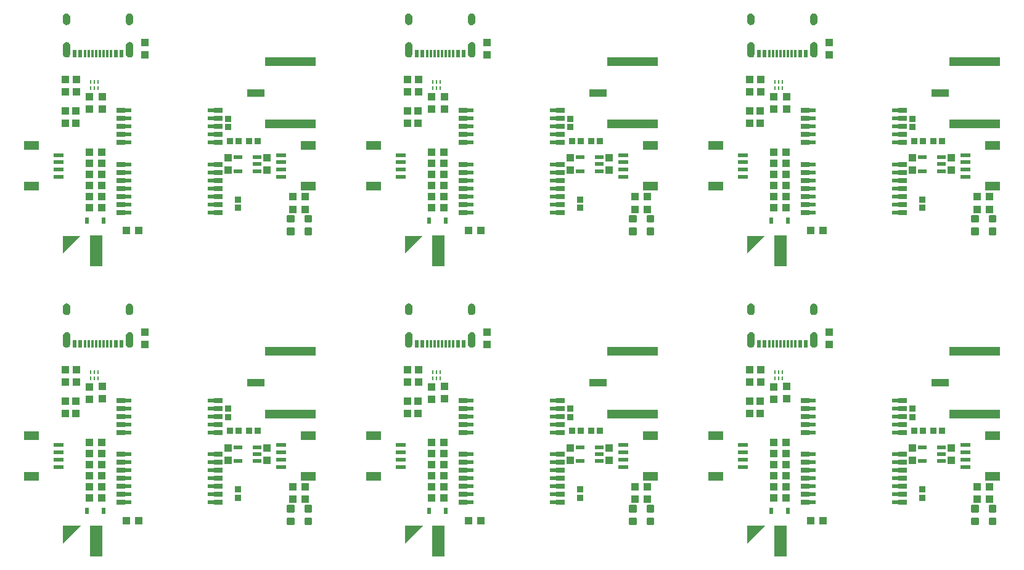
<source format=gtp>
G04 EAGLE Gerber RS-274X export*
G75*
%MOMM*%
%FSLAX34Y34*%
%LPD*%
%INSolderpaste Top*%
%IPPOS*%
%AMOC8*
5,1,8,0,0,1.08239X$1,22.5*%
G01*
%ADD10R,2.000000X1.200000*%
%ADD11R,1.350000X0.600000*%
%ADD12R,1.100000X1.000000*%
%ADD13R,1.700000X4.200000*%
%ADD14R,1.000000X1.100000*%
%ADD15C,0.300000*%
%ADD16R,0.630000X0.830000*%
%ADD17R,1.200000X0.550000*%
%ADD18R,1.200000X0.800000*%
%ADD19R,0.900000X0.600000*%
%ADD20R,0.250000X0.610000*%
%ADD21R,0.250000X0.560000*%
%ADD22R,0.300000X1.000000*%
%ADD23R,0.600000X1.000000*%
%ADD24R,0.900000X0.850000*%
%ADD25R,2.400000X1.100000*%
%ADD26R,7.000000X1.250000*%
%ADD27R,0.850000X0.900000*%

G36*
X996826Y434103D02*
X996826Y434103D01*
X996853Y434099D01*
X996894Y434117D01*
X996936Y434126D01*
X996972Y434152D01*
X996981Y434156D01*
X996985Y434161D01*
X996996Y434170D01*
X1020996Y458170D01*
X1021017Y458208D01*
X1021046Y458241D01*
X1021050Y458268D01*
X1021063Y458292D01*
X1021060Y458336D01*
X1021067Y458379D01*
X1021056Y458405D01*
X1021054Y458432D01*
X1021028Y458467D01*
X1021010Y458507D01*
X1020987Y458522D01*
X1020971Y458544D01*
X1020930Y458560D01*
X1020894Y458584D01*
X1020850Y458591D01*
X1020841Y458594D01*
X1020834Y458593D01*
X1020820Y458595D01*
X996820Y458595D01*
X996804Y458590D01*
X996787Y458593D01*
X996737Y458571D01*
X996686Y458556D01*
X996675Y458543D01*
X996659Y458536D01*
X996629Y458491D01*
X996594Y458451D01*
X996591Y458434D01*
X996582Y458420D01*
X996571Y458346D01*
X996571Y434346D01*
X996583Y434304D01*
X996586Y434260D01*
X996602Y434238D01*
X996610Y434212D01*
X996643Y434183D01*
X996669Y434148D01*
X996695Y434138D01*
X996715Y434120D01*
X996759Y434113D01*
X996799Y434098D01*
X996826Y434103D01*
G37*
G36*
X57026Y434103D02*
X57026Y434103D01*
X57053Y434099D01*
X57094Y434117D01*
X57136Y434126D01*
X57172Y434152D01*
X57181Y434156D01*
X57185Y434161D01*
X57196Y434170D01*
X81196Y458170D01*
X81217Y458208D01*
X81246Y458241D01*
X81250Y458268D01*
X81263Y458292D01*
X81260Y458336D01*
X81267Y458379D01*
X81256Y458405D01*
X81254Y458432D01*
X81228Y458467D01*
X81210Y458507D01*
X81187Y458522D01*
X81171Y458544D01*
X81130Y458560D01*
X81094Y458584D01*
X81050Y458591D01*
X81041Y458594D01*
X81034Y458593D01*
X81020Y458595D01*
X57020Y458595D01*
X57004Y458590D01*
X56987Y458593D01*
X56937Y458571D01*
X56886Y458556D01*
X56875Y458543D01*
X56859Y458536D01*
X56829Y458491D01*
X56794Y458451D01*
X56791Y458434D01*
X56782Y458420D01*
X56771Y458346D01*
X56771Y434346D01*
X56783Y434304D01*
X56786Y434260D01*
X56802Y434238D01*
X56810Y434212D01*
X56843Y434183D01*
X56869Y434148D01*
X56895Y434138D01*
X56915Y434120D01*
X56959Y434113D01*
X56999Y434098D01*
X57026Y434103D01*
G37*
G36*
X526926Y434103D02*
X526926Y434103D01*
X526953Y434099D01*
X526994Y434117D01*
X527036Y434126D01*
X527072Y434152D01*
X527081Y434156D01*
X527085Y434161D01*
X527096Y434170D01*
X551096Y458170D01*
X551117Y458208D01*
X551146Y458241D01*
X551150Y458268D01*
X551163Y458292D01*
X551160Y458336D01*
X551167Y458379D01*
X551156Y458405D01*
X551154Y458432D01*
X551128Y458467D01*
X551110Y458507D01*
X551087Y458522D01*
X551071Y458544D01*
X551030Y458560D01*
X550994Y458584D01*
X550950Y458591D01*
X550941Y458594D01*
X550934Y458593D01*
X550920Y458595D01*
X526920Y458595D01*
X526904Y458590D01*
X526887Y458593D01*
X526837Y458571D01*
X526786Y458556D01*
X526775Y458543D01*
X526759Y458536D01*
X526729Y458491D01*
X526694Y458451D01*
X526691Y458434D01*
X526682Y458420D01*
X526671Y458346D01*
X526671Y434346D01*
X526683Y434304D01*
X526686Y434260D01*
X526702Y434238D01*
X526710Y434212D01*
X526743Y434183D01*
X526769Y434148D01*
X526795Y434138D01*
X526815Y434120D01*
X526859Y434113D01*
X526899Y434098D01*
X526926Y434103D01*
G37*
G36*
X996826Y35577D02*
X996826Y35577D01*
X996853Y35573D01*
X996894Y35591D01*
X996936Y35600D01*
X996972Y35626D01*
X996981Y35630D01*
X996985Y35635D01*
X996996Y35644D01*
X1020996Y59644D01*
X1021017Y59682D01*
X1021046Y59715D01*
X1021050Y59742D01*
X1021063Y59766D01*
X1021060Y59810D01*
X1021067Y59853D01*
X1021056Y59879D01*
X1021054Y59906D01*
X1021028Y59941D01*
X1021010Y59981D01*
X1020987Y59996D01*
X1020971Y60018D01*
X1020930Y60034D01*
X1020894Y60058D01*
X1020850Y60065D01*
X1020841Y60068D01*
X1020834Y60067D01*
X1020820Y60069D01*
X996820Y60069D01*
X996804Y60064D01*
X996787Y60067D01*
X996737Y60045D01*
X996686Y60030D01*
X996675Y60017D01*
X996659Y60010D01*
X996629Y59965D01*
X996594Y59925D01*
X996591Y59908D01*
X996582Y59894D01*
X996571Y59820D01*
X996571Y35820D01*
X996583Y35778D01*
X996586Y35734D01*
X996602Y35712D01*
X996610Y35686D01*
X996643Y35657D01*
X996669Y35622D01*
X996695Y35612D01*
X996715Y35594D01*
X996759Y35587D01*
X996799Y35572D01*
X996826Y35577D01*
G37*
G36*
X526926Y35577D02*
X526926Y35577D01*
X526953Y35573D01*
X526994Y35591D01*
X527036Y35600D01*
X527072Y35626D01*
X527081Y35630D01*
X527085Y35635D01*
X527096Y35644D01*
X551096Y59644D01*
X551117Y59682D01*
X551146Y59715D01*
X551150Y59742D01*
X551163Y59766D01*
X551160Y59810D01*
X551167Y59853D01*
X551156Y59879D01*
X551154Y59906D01*
X551128Y59941D01*
X551110Y59981D01*
X551087Y59996D01*
X551071Y60018D01*
X551030Y60034D01*
X550994Y60058D01*
X550950Y60065D01*
X550941Y60068D01*
X550934Y60067D01*
X550920Y60069D01*
X526920Y60069D01*
X526904Y60064D01*
X526887Y60067D01*
X526837Y60045D01*
X526786Y60030D01*
X526775Y60017D01*
X526759Y60010D01*
X526729Y59965D01*
X526694Y59925D01*
X526691Y59908D01*
X526682Y59894D01*
X526671Y59820D01*
X526671Y35820D01*
X526683Y35778D01*
X526686Y35734D01*
X526702Y35712D01*
X526710Y35686D01*
X526743Y35657D01*
X526769Y35622D01*
X526795Y35612D01*
X526815Y35594D01*
X526859Y35587D01*
X526899Y35572D01*
X526926Y35577D01*
G37*
G36*
X57026Y35577D02*
X57026Y35577D01*
X57053Y35573D01*
X57094Y35591D01*
X57136Y35600D01*
X57172Y35626D01*
X57181Y35630D01*
X57185Y35635D01*
X57196Y35644D01*
X81196Y59644D01*
X81217Y59682D01*
X81246Y59715D01*
X81250Y59742D01*
X81263Y59766D01*
X81260Y59810D01*
X81267Y59853D01*
X81256Y59879D01*
X81254Y59906D01*
X81228Y59941D01*
X81210Y59981D01*
X81187Y59996D01*
X81171Y60018D01*
X81130Y60034D01*
X81094Y60058D01*
X81050Y60065D01*
X81041Y60068D01*
X81034Y60067D01*
X81020Y60069D01*
X57020Y60069D01*
X57004Y60064D01*
X56987Y60067D01*
X56937Y60045D01*
X56886Y60030D01*
X56875Y60017D01*
X56859Y60010D01*
X56829Y59965D01*
X56794Y59925D01*
X56791Y59908D01*
X56782Y59894D01*
X56771Y59820D01*
X56771Y35820D01*
X56783Y35778D01*
X56786Y35734D01*
X56802Y35712D01*
X56810Y35686D01*
X56843Y35657D01*
X56869Y35622D01*
X56895Y35612D01*
X56915Y35594D01*
X56959Y35587D01*
X56999Y35572D01*
X57026Y35577D01*
G37*
G36*
X1001960Y703559D02*
X1001960Y703559D01*
X1001963Y703555D01*
X1003071Y703725D01*
X1003077Y703731D01*
X1003082Y703728D01*
X1004124Y704140D01*
X1004128Y704147D01*
X1004133Y704145D01*
X1005058Y704779D01*
X1005060Y704787D01*
X1005066Y704786D01*
X1005826Y705610D01*
X1005827Y705618D01*
X1005833Y705618D01*
X1006390Y706590D01*
X1006390Y706594D01*
X1006391Y706595D01*
X1006389Y706597D01*
X1006389Y706598D01*
X1006395Y706600D01*
X1006722Y707672D01*
X1006721Y707677D01*
X1006723Y707678D01*
X1006721Y707681D01*
X1006724Y707683D01*
X1006805Y708800D01*
X1006804Y708803D01*
X1006805Y708804D01*
X1006805Y720804D01*
X1006800Y720811D01*
X1006804Y720815D01*
X1006585Y721759D01*
X1006579Y721765D01*
X1006581Y721770D01*
X1006158Y722642D01*
X1006150Y722645D01*
X1006152Y722651D01*
X1005545Y723407D01*
X1005537Y723409D01*
X1005537Y723415D01*
X1004777Y724016D01*
X1004768Y724016D01*
X1004767Y724022D01*
X1003892Y724440D01*
X1003884Y724438D01*
X1003882Y724443D01*
X1002936Y724656D01*
X1002929Y724652D01*
X1002925Y724657D01*
X1001956Y724653D01*
X1001955Y724653D01*
X1000887Y724634D01*
X1000886Y724634D01*
X1000880Y724630D01*
X1000876Y724633D01*
X999839Y724377D01*
X999834Y724370D01*
X999828Y724373D01*
X998874Y723892D01*
X998871Y723885D01*
X998865Y723886D01*
X998042Y723205D01*
X998040Y723197D01*
X998034Y723197D01*
X997383Y722350D01*
X997383Y722342D01*
X997377Y722341D01*
X996930Y721370D01*
X996932Y721362D01*
X996927Y721360D01*
X996708Y720314D01*
X996711Y720307D01*
X996707Y720304D01*
X996707Y708304D01*
X996710Y708299D01*
X996707Y708296D01*
X996887Y707201D01*
X996893Y707195D01*
X996890Y707190D01*
X997309Y706162D01*
X997316Y706158D01*
X997314Y706153D01*
X997952Y705244D01*
X997959Y705242D01*
X997959Y705236D01*
X998782Y704492D01*
X998790Y704491D01*
X998791Y704485D01*
X999759Y703943D01*
X999768Y703944D01*
X999770Y703938D01*
X1000834Y703625D01*
X1000842Y703628D01*
X1000845Y703623D01*
X1001953Y703555D01*
X1001960Y703559D01*
G37*
G36*
X532060Y703559D02*
X532060Y703559D01*
X532063Y703555D01*
X533171Y703725D01*
X533177Y703731D01*
X533182Y703728D01*
X534224Y704140D01*
X534228Y704147D01*
X534233Y704145D01*
X535158Y704779D01*
X535160Y704787D01*
X535166Y704786D01*
X535926Y705610D01*
X535927Y705618D01*
X535933Y705618D01*
X536490Y706590D01*
X536490Y706594D01*
X536491Y706595D01*
X536489Y706597D01*
X536489Y706598D01*
X536495Y706600D01*
X536822Y707672D01*
X536821Y707677D01*
X536823Y707678D01*
X536821Y707681D01*
X536824Y707683D01*
X536905Y708800D01*
X536904Y708803D01*
X536905Y708804D01*
X536905Y720804D01*
X536900Y720811D01*
X536904Y720815D01*
X536685Y721759D01*
X536679Y721765D01*
X536681Y721770D01*
X536258Y722642D01*
X536250Y722645D01*
X536252Y722651D01*
X535645Y723407D01*
X535637Y723409D01*
X535637Y723415D01*
X534877Y724016D01*
X534868Y724016D01*
X534867Y724022D01*
X533992Y724440D01*
X533984Y724438D01*
X533982Y724443D01*
X533036Y724656D01*
X533029Y724652D01*
X533025Y724657D01*
X532056Y724653D01*
X532055Y724653D01*
X530987Y724634D01*
X530986Y724634D01*
X530980Y724630D01*
X530976Y724633D01*
X529939Y724377D01*
X529934Y724370D01*
X529928Y724373D01*
X528974Y723892D01*
X528971Y723885D01*
X528965Y723886D01*
X528142Y723205D01*
X528140Y723197D01*
X528134Y723197D01*
X527483Y722350D01*
X527483Y722342D01*
X527477Y722341D01*
X527030Y721370D01*
X527032Y721362D01*
X527027Y721360D01*
X526808Y720314D01*
X526811Y720307D01*
X526807Y720304D01*
X526807Y708304D01*
X526810Y708299D01*
X526807Y708296D01*
X526987Y707201D01*
X526993Y707195D01*
X526990Y707190D01*
X527409Y706162D01*
X527416Y706158D01*
X527414Y706153D01*
X528052Y705244D01*
X528059Y705242D01*
X528059Y705236D01*
X528882Y704492D01*
X528890Y704491D01*
X528891Y704485D01*
X529859Y703943D01*
X529868Y703944D01*
X529870Y703938D01*
X530934Y703625D01*
X530942Y703628D01*
X530945Y703623D01*
X532053Y703555D01*
X532060Y703559D01*
G37*
G36*
X62160Y703559D02*
X62160Y703559D01*
X62163Y703555D01*
X63271Y703725D01*
X63277Y703731D01*
X63282Y703728D01*
X64324Y704140D01*
X64328Y704147D01*
X64333Y704145D01*
X65258Y704779D01*
X65260Y704787D01*
X65266Y704786D01*
X66026Y705610D01*
X66027Y705618D01*
X66033Y705618D01*
X66590Y706590D01*
X66590Y706594D01*
X66591Y706595D01*
X66589Y706597D01*
X66589Y706598D01*
X66595Y706600D01*
X66922Y707672D01*
X66921Y707677D01*
X66923Y707678D01*
X66921Y707681D01*
X66924Y707683D01*
X67005Y708800D01*
X67004Y708803D01*
X67005Y708804D01*
X67005Y720804D01*
X67000Y720811D01*
X67004Y720815D01*
X66785Y721759D01*
X66779Y721765D01*
X66781Y721770D01*
X66358Y722642D01*
X66350Y722645D01*
X66352Y722651D01*
X65745Y723407D01*
X65737Y723409D01*
X65737Y723415D01*
X64977Y724016D01*
X64968Y724016D01*
X64967Y724022D01*
X64092Y724440D01*
X64084Y724438D01*
X64082Y724443D01*
X63136Y724656D01*
X63129Y724652D01*
X63125Y724657D01*
X62156Y724653D01*
X62155Y724653D01*
X61087Y724634D01*
X61086Y724634D01*
X61080Y724630D01*
X61076Y724633D01*
X60039Y724377D01*
X60034Y724370D01*
X60028Y724373D01*
X59074Y723892D01*
X59071Y723885D01*
X59065Y723886D01*
X58242Y723205D01*
X58240Y723197D01*
X58234Y723197D01*
X57583Y722350D01*
X57583Y722342D01*
X57577Y722341D01*
X57130Y721370D01*
X57132Y721362D01*
X57127Y721360D01*
X56908Y720314D01*
X56911Y720307D01*
X56907Y720304D01*
X56907Y708304D01*
X56910Y708299D01*
X56907Y708296D01*
X57087Y707201D01*
X57093Y707195D01*
X57090Y707190D01*
X57509Y706162D01*
X57516Y706158D01*
X57514Y706153D01*
X58152Y705244D01*
X58159Y705242D01*
X58159Y705236D01*
X58982Y704492D01*
X58990Y704491D01*
X58991Y704485D01*
X59959Y703943D01*
X59968Y703944D01*
X59970Y703938D01*
X61034Y703625D01*
X61042Y703628D01*
X61045Y703623D01*
X62153Y703555D01*
X62160Y703559D01*
G37*
G36*
X62160Y305033D02*
X62160Y305033D01*
X62163Y305029D01*
X63271Y305199D01*
X63277Y305205D01*
X63282Y305202D01*
X64324Y305614D01*
X64328Y305621D01*
X64333Y305619D01*
X65258Y306253D01*
X65260Y306261D01*
X65266Y306260D01*
X66026Y307084D01*
X66027Y307092D01*
X66033Y307092D01*
X66590Y308064D01*
X66590Y308068D01*
X66591Y308069D01*
X66589Y308071D01*
X66589Y308072D01*
X66595Y308074D01*
X66922Y309146D01*
X66921Y309151D01*
X66923Y309152D01*
X66921Y309155D01*
X66924Y309157D01*
X67005Y310274D01*
X67004Y310277D01*
X67005Y310278D01*
X67005Y322278D01*
X67000Y322285D01*
X67004Y322289D01*
X66785Y323233D01*
X66779Y323239D01*
X66781Y323244D01*
X66358Y324116D01*
X66350Y324119D01*
X66352Y324125D01*
X65745Y324881D01*
X65737Y324883D01*
X65737Y324889D01*
X64977Y325490D01*
X64968Y325490D01*
X64967Y325496D01*
X64092Y325914D01*
X64084Y325912D01*
X64082Y325917D01*
X63136Y326130D01*
X63129Y326126D01*
X63125Y326131D01*
X62156Y326127D01*
X62155Y326127D01*
X61087Y326108D01*
X61086Y326108D01*
X61080Y326104D01*
X61076Y326107D01*
X60039Y325851D01*
X60034Y325844D01*
X60028Y325847D01*
X59074Y325366D01*
X59071Y325359D01*
X59065Y325360D01*
X58242Y324679D01*
X58240Y324671D01*
X58234Y324671D01*
X57583Y323824D01*
X57583Y323816D01*
X57577Y323815D01*
X57130Y322844D01*
X57132Y322836D01*
X57127Y322834D01*
X56908Y321788D01*
X56911Y321781D01*
X56907Y321778D01*
X56907Y309778D01*
X56910Y309773D01*
X56907Y309770D01*
X57087Y308675D01*
X57093Y308669D01*
X57090Y308664D01*
X57509Y307636D01*
X57516Y307632D01*
X57514Y307627D01*
X58152Y306718D01*
X58159Y306716D01*
X58159Y306710D01*
X58982Y305966D01*
X58990Y305965D01*
X58991Y305959D01*
X59959Y305417D01*
X59968Y305418D01*
X59970Y305412D01*
X61034Y305099D01*
X61042Y305102D01*
X61045Y305097D01*
X62153Y305029D01*
X62160Y305033D01*
G37*
G36*
X532060Y305033D02*
X532060Y305033D01*
X532063Y305029D01*
X533171Y305199D01*
X533177Y305205D01*
X533182Y305202D01*
X534224Y305614D01*
X534228Y305621D01*
X534233Y305619D01*
X535158Y306253D01*
X535160Y306261D01*
X535166Y306260D01*
X535926Y307084D01*
X535927Y307092D01*
X535933Y307092D01*
X536490Y308064D01*
X536490Y308068D01*
X536491Y308069D01*
X536489Y308071D01*
X536489Y308072D01*
X536495Y308074D01*
X536822Y309146D01*
X536821Y309151D01*
X536823Y309152D01*
X536821Y309155D01*
X536824Y309157D01*
X536905Y310274D01*
X536904Y310277D01*
X536905Y310278D01*
X536905Y322278D01*
X536900Y322285D01*
X536904Y322289D01*
X536685Y323233D01*
X536679Y323239D01*
X536681Y323244D01*
X536258Y324116D01*
X536250Y324119D01*
X536252Y324125D01*
X535645Y324881D01*
X535637Y324883D01*
X535637Y324889D01*
X534877Y325490D01*
X534868Y325490D01*
X534867Y325496D01*
X533992Y325914D01*
X533984Y325912D01*
X533982Y325917D01*
X533036Y326130D01*
X533029Y326126D01*
X533025Y326131D01*
X532056Y326127D01*
X532055Y326127D01*
X530987Y326108D01*
X530986Y326108D01*
X530980Y326104D01*
X530976Y326107D01*
X529939Y325851D01*
X529934Y325844D01*
X529928Y325847D01*
X528974Y325366D01*
X528971Y325359D01*
X528965Y325360D01*
X528142Y324679D01*
X528140Y324671D01*
X528134Y324671D01*
X527483Y323824D01*
X527483Y323816D01*
X527477Y323815D01*
X527030Y322844D01*
X527032Y322836D01*
X527027Y322834D01*
X526808Y321788D01*
X526811Y321781D01*
X526807Y321778D01*
X526807Y309778D01*
X526810Y309773D01*
X526807Y309770D01*
X526987Y308675D01*
X526993Y308669D01*
X526990Y308664D01*
X527409Y307636D01*
X527416Y307632D01*
X527414Y307627D01*
X528052Y306718D01*
X528059Y306716D01*
X528059Y306710D01*
X528882Y305966D01*
X528890Y305965D01*
X528891Y305959D01*
X529859Y305417D01*
X529868Y305418D01*
X529870Y305412D01*
X530934Y305099D01*
X530942Y305102D01*
X530945Y305097D01*
X532053Y305029D01*
X532060Y305033D01*
G37*
G36*
X1001960Y305033D02*
X1001960Y305033D01*
X1001963Y305029D01*
X1003071Y305199D01*
X1003077Y305205D01*
X1003082Y305202D01*
X1004124Y305614D01*
X1004128Y305621D01*
X1004133Y305619D01*
X1005058Y306253D01*
X1005060Y306261D01*
X1005066Y306260D01*
X1005826Y307084D01*
X1005827Y307092D01*
X1005833Y307092D01*
X1006390Y308064D01*
X1006390Y308068D01*
X1006391Y308069D01*
X1006389Y308071D01*
X1006389Y308072D01*
X1006395Y308074D01*
X1006722Y309146D01*
X1006721Y309151D01*
X1006723Y309152D01*
X1006721Y309155D01*
X1006724Y309157D01*
X1006805Y310274D01*
X1006804Y310277D01*
X1006805Y310278D01*
X1006805Y322278D01*
X1006800Y322285D01*
X1006804Y322289D01*
X1006585Y323233D01*
X1006579Y323239D01*
X1006581Y323244D01*
X1006158Y324116D01*
X1006150Y324119D01*
X1006152Y324125D01*
X1005545Y324881D01*
X1005537Y324883D01*
X1005537Y324889D01*
X1004777Y325490D01*
X1004768Y325490D01*
X1004767Y325496D01*
X1003892Y325914D01*
X1003884Y325912D01*
X1003882Y325917D01*
X1002936Y326130D01*
X1002929Y326126D01*
X1002925Y326131D01*
X1001956Y326127D01*
X1001955Y326127D01*
X1000887Y326108D01*
X1000886Y326108D01*
X1000880Y326104D01*
X1000876Y326107D01*
X999839Y325851D01*
X999834Y325844D01*
X999828Y325847D01*
X998874Y325366D01*
X998871Y325359D01*
X998865Y325360D01*
X998042Y324679D01*
X998040Y324671D01*
X998034Y324671D01*
X997383Y323824D01*
X997383Y323816D01*
X997377Y323815D01*
X996930Y322844D01*
X996932Y322836D01*
X996927Y322834D01*
X996708Y321788D01*
X996711Y321781D01*
X996707Y321778D01*
X996707Y309778D01*
X996710Y309773D01*
X996707Y309770D01*
X996887Y308675D01*
X996893Y308669D01*
X996890Y308664D01*
X997309Y307636D01*
X997316Y307632D01*
X997314Y307627D01*
X997952Y306718D01*
X997959Y306716D01*
X997959Y306710D01*
X998782Y305966D01*
X998790Y305965D01*
X998791Y305959D01*
X999759Y305417D01*
X999768Y305418D01*
X999770Y305412D01*
X1000834Y305099D01*
X1000842Y305102D01*
X1000845Y305097D01*
X1001953Y305029D01*
X1001960Y305033D01*
G37*
G36*
X1088458Y703558D02*
X1088458Y703558D01*
X1088462Y703555D01*
X1089507Y703673D01*
X1089513Y703679D01*
X1089518Y703675D01*
X1090512Y704023D01*
X1090516Y704030D01*
X1090521Y704028D01*
X1091413Y704588D01*
X1091416Y704595D01*
X1091421Y704595D01*
X1092165Y705339D01*
X1092167Y705347D01*
X1092172Y705347D01*
X1092732Y706239D01*
X1092732Y706246D01*
X1092733Y706247D01*
X1092737Y706248D01*
X1093085Y707242D01*
X1093082Y707250D01*
X1093087Y707253D01*
X1093205Y708299D01*
X1093203Y708302D01*
X1093205Y708304D01*
X1093205Y720304D01*
X1093202Y720309D01*
X1093205Y720312D01*
X1093047Y721308D01*
X1093041Y721314D01*
X1093044Y721319D01*
X1092669Y722255D01*
X1092662Y722259D01*
X1092664Y722265D01*
X1092090Y723094D01*
X1092082Y723097D01*
X1092083Y723102D01*
X1091339Y723783D01*
X1091330Y723784D01*
X1091330Y723790D01*
X1090453Y724288D01*
X1090445Y724287D01*
X1090442Y724292D01*
X1089477Y724583D01*
X1089469Y724580D01*
X1089466Y724585D01*
X1088459Y724653D01*
X1088457Y724652D01*
X1088456Y724653D01*
X1087375Y724644D01*
X1087368Y724639D01*
X1087364Y724643D01*
X1086312Y724394D01*
X1086307Y724387D01*
X1086302Y724390D01*
X1085332Y723913D01*
X1085329Y723905D01*
X1085323Y723907D01*
X1084484Y723226D01*
X1084482Y723218D01*
X1084476Y723218D01*
X1083810Y722368D01*
X1083809Y722359D01*
X1083804Y722358D01*
X1083343Y721381D01*
X1083345Y721373D01*
X1083340Y721370D01*
X1083108Y720315D01*
X1083111Y720307D01*
X1083107Y720304D01*
X1083107Y708304D01*
X1083111Y708299D01*
X1083107Y708296D01*
X1083300Y707190D01*
X1083306Y707185D01*
X1083303Y707180D01*
X1083736Y706145D01*
X1083743Y706141D01*
X1083741Y706136D01*
X1084394Y705223D01*
X1084402Y705221D01*
X1084401Y705215D01*
X1085240Y704471D01*
X1085249Y704470D01*
X1085249Y704465D01*
X1086233Y703926D01*
X1086241Y703927D01*
X1086243Y703922D01*
X1087322Y703615D01*
X1087330Y703618D01*
X1087333Y703613D01*
X1088453Y703555D01*
X1088458Y703558D01*
G37*
G36*
X618558Y703558D02*
X618558Y703558D01*
X618562Y703555D01*
X619607Y703673D01*
X619613Y703679D01*
X619618Y703675D01*
X620612Y704023D01*
X620616Y704030D01*
X620621Y704028D01*
X621513Y704588D01*
X621516Y704595D01*
X621521Y704595D01*
X622265Y705339D01*
X622267Y705347D01*
X622272Y705347D01*
X622832Y706239D01*
X622832Y706246D01*
X622833Y706247D01*
X622837Y706248D01*
X623185Y707242D01*
X623182Y707250D01*
X623187Y707253D01*
X623305Y708299D01*
X623303Y708302D01*
X623305Y708304D01*
X623305Y720304D01*
X623302Y720309D01*
X623305Y720312D01*
X623147Y721308D01*
X623141Y721314D01*
X623144Y721319D01*
X622769Y722255D01*
X622762Y722259D01*
X622764Y722265D01*
X622190Y723094D01*
X622182Y723097D01*
X622183Y723102D01*
X621439Y723783D01*
X621430Y723784D01*
X621430Y723790D01*
X620553Y724288D01*
X620545Y724287D01*
X620542Y724292D01*
X619577Y724583D01*
X619569Y724580D01*
X619566Y724585D01*
X618559Y724653D01*
X618557Y724652D01*
X618556Y724653D01*
X617475Y724644D01*
X617468Y724639D01*
X617464Y724643D01*
X616412Y724394D01*
X616407Y724387D01*
X616402Y724390D01*
X615432Y723913D01*
X615429Y723905D01*
X615423Y723907D01*
X614584Y723226D01*
X614582Y723218D01*
X614576Y723218D01*
X613910Y722368D01*
X613909Y722359D01*
X613904Y722358D01*
X613443Y721381D01*
X613445Y721373D01*
X613440Y721370D01*
X613208Y720315D01*
X613211Y720307D01*
X613207Y720304D01*
X613207Y708304D01*
X613211Y708299D01*
X613207Y708296D01*
X613400Y707190D01*
X613406Y707185D01*
X613403Y707180D01*
X613836Y706145D01*
X613843Y706141D01*
X613841Y706136D01*
X614494Y705223D01*
X614502Y705221D01*
X614501Y705215D01*
X615340Y704471D01*
X615349Y704470D01*
X615349Y704465D01*
X616333Y703926D01*
X616341Y703927D01*
X616343Y703922D01*
X617422Y703615D01*
X617430Y703618D01*
X617433Y703613D01*
X618553Y703555D01*
X618558Y703558D01*
G37*
G36*
X148658Y703558D02*
X148658Y703558D01*
X148662Y703555D01*
X149707Y703673D01*
X149713Y703679D01*
X149718Y703675D01*
X150712Y704023D01*
X150716Y704030D01*
X150721Y704028D01*
X151613Y704588D01*
X151616Y704595D01*
X151621Y704595D01*
X152365Y705339D01*
X152367Y705347D01*
X152372Y705347D01*
X152932Y706239D01*
X152932Y706246D01*
X152933Y706247D01*
X152937Y706248D01*
X153285Y707242D01*
X153282Y707250D01*
X153287Y707253D01*
X153405Y708299D01*
X153403Y708302D01*
X153405Y708304D01*
X153405Y720304D01*
X153402Y720309D01*
X153405Y720312D01*
X153247Y721308D01*
X153241Y721314D01*
X153244Y721319D01*
X152869Y722255D01*
X152862Y722259D01*
X152864Y722265D01*
X152290Y723094D01*
X152282Y723097D01*
X152283Y723102D01*
X151539Y723783D01*
X151530Y723784D01*
X151530Y723790D01*
X150653Y724288D01*
X150645Y724287D01*
X150642Y724292D01*
X149677Y724583D01*
X149669Y724580D01*
X149666Y724585D01*
X148659Y724653D01*
X148657Y724652D01*
X148656Y724653D01*
X147575Y724644D01*
X147568Y724639D01*
X147564Y724643D01*
X146512Y724394D01*
X146507Y724387D01*
X146502Y724390D01*
X145532Y723913D01*
X145529Y723905D01*
X145523Y723907D01*
X144684Y723226D01*
X144682Y723218D01*
X144676Y723218D01*
X144010Y722368D01*
X144009Y722359D01*
X144004Y722358D01*
X143543Y721381D01*
X143545Y721373D01*
X143540Y721370D01*
X143308Y720315D01*
X143311Y720307D01*
X143307Y720304D01*
X143307Y708304D01*
X143311Y708299D01*
X143307Y708296D01*
X143500Y707190D01*
X143506Y707185D01*
X143503Y707180D01*
X143936Y706145D01*
X143943Y706141D01*
X143941Y706136D01*
X144594Y705223D01*
X144602Y705221D01*
X144601Y705215D01*
X145440Y704471D01*
X145449Y704470D01*
X145449Y704465D01*
X146433Y703926D01*
X146441Y703927D01*
X146443Y703922D01*
X147522Y703615D01*
X147530Y703618D01*
X147533Y703613D01*
X148653Y703555D01*
X148658Y703558D01*
G37*
G36*
X1088458Y305032D02*
X1088458Y305032D01*
X1088462Y305029D01*
X1089507Y305147D01*
X1089513Y305153D01*
X1089518Y305149D01*
X1090512Y305497D01*
X1090516Y305504D01*
X1090521Y305502D01*
X1091413Y306062D01*
X1091416Y306069D01*
X1091421Y306069D01*
X1092165Y306813D01*
X1092167Y306821D01*
X1092172Y306821D01*
X1092732Y307713D01*
X1092732Y307720D01*
X1092733Y307721D01*
X1092737Y307722D01*
X1093085Y308716D01*
X1093082Y308724D01*
X1093087Y308727D01*
X1093205Y309773D01*
X1093203Y309776D01*
X1093205Y309778D01*
X1093205Y321778D01*
X1093202Y321783D01*
X1093205Y321786D01*
X1093047Y322782D01*
X1093041Y322788D01*
X1093044Y322793D01*
X1092669Y323729D01*
X1092662Y323733D01*
X1092664Y323739D01*
X1092090Y324568D01*
X1092082Y324571D01*
X1092083Y324576D01*
X1091339Y325257D01*
X1091330Y325258D01*
X1091330Y325264D01*
X1090453Y325762D01*
X1090445Y325761D01*
X1090442Y325766D01*
X1089477Y326057D01*
X1089469Y326054D01*
X1089466Y326059D01*
X1088459Y326127D01*
X1088457Y326126D01*
X1088456Y326127D01*
X1087375Y326118D01*
X1087368Y326113D01*
X1087364Y326117D01*
X1086312Y325868D01*
X1086307Y325861D01*
X1086302Y325864D01*
X1085332Y325387D01*
X1085329Y325379D01*
X1085323Y325381D01*
X1084484Y324700D01*
X1084482Y324692D01*
X1084476Y324692D01*
X1083810Y323842D01*
X1083809Y323833D01*
X1083804Y323832D01*
X1083343Y322855D01*
X1083345Y322847D01*
X1083340Y322844D01*
X1083108Y321789D01*
X1083111Y321781D01*
X1083107Y321778D01*
X1083107Y309778D01*
X1083111Y309773D01*
X1083107Y309770D01*
X1083300Y308664D01*
X1083306Y308659D01*
X1083303Y308654D01*
X1083736Y307619D01*
X1083743Y307615D01*
X1083741Y307610D01*
X1084394Y306697D01*
X1084402Y306695D01*
X1084401Y306689D01*
X1085240Y305945D01*
X1085249Y305944D01*
X1085249Y305939D01*
X1086233Y305400D01*
X1086241Y305401D01*
X1086243Y305396D01*
X1087322Y305089D01*
X1087330Y305092D01*
X1087333Y305087D01*
X1088453Y305029D01*
X1088458Y305032D01*
G37*
G36*
X618558Y305032D02*
X618558Y305032D01*
X618562Y305029D01*
X619607Y305147D01*
X619613Y305153D01*
X619618Y305149D01*
X620612Y305497D01*
X620616Y305504D01*
X620621Y305502D01*
X621513Y306062D01*
X621516Y306069D01*
X621521Y306069D01*
X622265Y306813D01*
X622267Y306821D01*
X622272Y306821D01*
X622832Y307713D01*
X622832Y307720D01*
X622833Y307721D01*
X622837Y307722D01*
X623185Y308716D01*
X623182Y308724D01*
X623187Y308727D01*
X623305Y309773D01*
X623303Y309776D01*
X623305Y309778D01*
X623305Y321778D01*
X623302Y321783D01*
X623305Y321786D01*
X623147Y322782D01*
X623141Y322788D01*
X623144Y322793D01*
X622769Y323729D01*
X622762Y323733D01*
X622764Y323739D01*
X622190Y324568D01*
X622182Y324571D01*
X622183Y324576D01*
X621439Y325257D01*
X621430Y325258D01*
X621430Y325264D01*
X620553Y325762D01*
X620545Y325761D01*
X620542Y325766D01*
X619577Y326057D01*
X619569Y326054D01*
X619566Y326059D01*
X618559Y326127D01*
X618557Y326126D01*
X618556Y326127D01*
X617475Y326118D01*
X617468Y326113D01*
X617464Y326117D01*
X616412Y325868D01*
X616407Y325861D01*
X616402Y325864D01*
X615432Y325387D01*
X615429Y325379D01*
X615423Y325381D01*
X614584Y324700D01*
X614582Y324692D01*
X614576Y324692D01*
X613910Y323842D01*
X613909Y323833D01*
X613904Y323832D01*
X613443Y322855D01*
X613445Y322847D01*
X613440Y322844D01*
X613208Y321789D01*
X613211Y321781D01*
X613207Y321778D01*
X613207Y309778D01*
X613211Y309773D01*
X613207Y309770D01*
X613400Y308664D01*
X613406Y308659D01*
X613403Y308654D01*
X613836Y307619D01*
X613843Y307615D01*
X613841Y307610D01*
X614494Y306697D01*
X614502Y306695D01*
X614501Y306689D01*
X615340Y305945D01*
X615349Y305944D01*
X615349Y305939D01*
X616333Y305400D01*
X616341Y305401D01*
X616343Y305396D01*
X617422Y305089D01*
X617430Y305092D01*
X617433Y305087D01*
X618553Y305029D01*
X618558Y305032D01*
G37*
G36*
X148658Y305032D02*
X148658Y305032D01*
X148662Y305029D01*
X149707Y305147D01*
X149713Y305153D01*
X149718Y305149D01*
X150712Y305497D01*
X150716Y305504D01*
X150721Y305502D01*
X151613Y306062D01*
X151616Y306069D01*
X151621Y306069D01*
X152365Y306813D01*
X152367Y306821D01*
X152372Y306821D01*
X152932Y307713D01*
X152932Y307720D01*
X152933Y307721D01*
X152937Y307722D01*
X153285Y308716D01*
X153282Y308724D01*
X153287Y308727D01*
X153405Y309773D01*
X153403Y309776D01*
X153405Y309778D01*
X153405Y321778D01*
X153402Y321783D01*
X153405Y321786D01*
X153247Y322782D01*
X153241Y322788D01*
X153244Y322793D01*
X152869Y323729D01*
X152862Y323733D01*
X152864Y323739D01*
X152290Y324568D01*
X152282Y324571D01*
X152283Y324576D01*
X151539Y325257D01*
X151530Y325258D01*
X151530Y325264D01*
X150653Y325762D01*
X150645Y325761D01*
X150642Y325766D01*
X149677Y326057D01*
X149669Y326054D01*
X149666Y326059D01*
X148659Y326127D01*
X148657Y326126D01*
X148656Y326127D01*
X147575Y326118D01*
X147568Y326113D01*
X147564Y326117D01*
X146512Y325868D01*
X146507Y325861D01*
X146502Y325864D01*
X145532Y325387D01*
X145529Y325379D01*
X145523Y325381D01*
X144684Y324700D01*
X144682Y324692D01*
X144676Y324692D01*
X144010Y323842D01*
X144009Y323833D01*
X144004Y323832D01*
X143543Y322855D01*
X143545Y322847D01*
X143540Y322844D01*
X143308Y321789D01*
X143311Y321781D01*
X143307Y321778D01*
X143307Y309778D01*
X143311Y309773D01*
X143307Y309770D01*
X143500Y308664D01*
X143506Y308659D01*
X143503Y308654D01*
X143936Y307619D01*
X143943Y307615D01*
X143941Y307610D01*
X144594Y306697D01*
X144602Y306695D01*
X144601Y306689D01*
X145440Y305945D01*
X145449Y305944D01*
X145449Y305939D01*
X146433Y305400D01*
X146441Y305401D01*
X146443Y305396D01*
X147522Y305089D01*
X147530Y305092D01*
X147533Y305087D01*
X148653Y305029D01*
X148658Y305032D01*
G37*
G36*
X62160Y748060D02*
X62160Y748060D01*
X62165Y748056D01*
X63302Y748263D01*
X63308Y748269D01*
X63313Y748266D01*
X64375Y748721D01*
X64379Y748728D01*
X64385Y748726D01*
X65320Y749406D01*
X65322Y749414D01*
X65328Y749413D01*
X66088Y750284D01*
X66088Y750292D01*
X66094Y750293D01*
X66641Y751312D01*
X66640Y751320D01*
X66645Y751322D01*
X66651Y751341D01*
X66664Y751390D01*
X66678Y751440D01*
X66691Y751489D01*
X66705Y751538D01*
X66718Y751587D01*
X66719Y751587D01*
X66718Y751587D01*
X66732Y751637D01*
X66746Y751686D01*
X66759Y751735D01*
X66773Y751784D01*
X66786Y751834D01*
X66800Y751883D01*
X66813Y751932D01*
X66827Y751981D01*
X66841Y752031D01*
X66854Y752080D01*
X66868Y752129D01*
X66952Y752436D01*
X66949Y752444D01*
X66954Y752447D01*
X67005Y753602D01*
X67004Y753603D01*
X67005Y753604D01*
X67005Y759604D01*
X67001Y759610D01*
X67004Y759613D01*
X66792Y760694D01*
X66786Y760699D01*
X66789Y760704D01*
X66342Y761710D01*
X66335Y761714D01*
X66337Y761720D01*
X65677Y762601D01*
X65669Y762604D01*
X65669Y762609D01*
X64830Y763322D01*
X64822Y763322D01*
X64821Y763328D01*
X63844Y763836D01*
X63836Y763835D01*
X63834Y763840D01*
X62769Y764118D01*
X62761Y764115D01*
X62758Y764119D01*
X61658Y764153D01*
X61652Y764150D01*
X61649Y764153D01*
X60574Y763998D01*
X60568Y763992D01*
X60563Y763995D01*
X59549Y763605D01*
X59545Y763598D01*
X59539Y763600D01*
X58637Y762993D01*
X58635Y762985D01*
X58629Y762986D01*
X57885Y762194D01*
X57884Y762186D01*
X57878Y762186D01*
X57329Y761248D01*
X57330Y761240D01*
X57324Y761238D01*
X56997Y760202D01*
X57000Y760194D01*
X56995Y760191D01*
X56907Y759108D01*
X56909Y759105D01*
X56907Y759104D01*
X56907Y753104D01*
X56910Y753100D01*
X56907Y753098D01*
X57057Y751965D01*
X57063Y751959D01*
X57060Y751954D01*
X57458Y750884D01*
X57465Y750880D01*
X57463Y750874D01*
X58090Y749919D01*
X58098Y749916D01*
X58097Y749911D01*
X58920Y749119D01*
X58928Y749118D01*
X58929Y749112D01*
X59908Y748523D01*
X59916Y748524D01*
X59918Y748519D01*
X61003Y748163D01*
X61011Y748166D01*
X61014Y748161D01*
X62151Y748055D01*
X62160Y748060D01*
G37*
G36*
X1001960Y748060D02*
X1001960Y748060D01*
X1001965Y748056D01*
X1003102Y748263D01*
X1003108Y748269D01*
X1003113Y748266D01*
X1004175Y748721D01*
X1004179Y748728D01*
X1004185Y748726D01*
X1005120Y749406D01*
X1005122Y749414D01*
X1005128Y749413D01*
X1005888Y750284D01*
X1005888Y750292D01*
X1005894Y750293D01*
X1006441Y751312D01*
X1006440Y751320D01*
X1006445Y751322D01*
X1006451Y751341D01*
X1006464Y751390D01*
X1006478Y751440D01*
X1006491Y751489D01*
X1006505Y751538D01*
X1006518Y751587D01*
X1006519Y751587D01*
X1006518Y751587D01*
X1006532Y751637D01*
X1006546Y751686D01*
X1006559Y751735D01*
X1006573Y751784D01*
X1006586Y751834D01*
X1006600Y751883D01*
X1006613Y751932D01*
X1006627Y751981D01*
X1006641Y752031D01*
X1006654Y752080D01*
X1006668Y752129D01*
X1006752Y752436D01*
X1006749Y752444D01*
X1006754Y752447D01*
X1006805Y753602D01*
X1006804Y753603D01*
X1006805Y753604D01*
X1006805Y759604D01*
X1006801Y759610D01*
X1006804Y759613D01*
X1006592Y760694D01*
X1006586Y760699D01*
X1006589Y760704D01*
X1006142Y761710D01*
X1006135Y761714D01*
X1006137Y761720D01*
X1005477Y762601D01*
X1005469Y762604D01*
X1005469Y762609D01*
X1004630Y763322D01*
X1004622Y763322D01*
X1004621Y763328D01*
X1003644Y763836D01*
X1003636Y763835D01*
X1003634Y763840D01*
X1002569Y764118D01*
X1002561Y764115D01*
X1002558Y764119D01*
X1001458Y764153D01*
X1001452Y764150D01*
X1001449Y764153D01*
X1000374Y763998D01*
X1000368Y763992D01*
X1000363Y763995D01*
X999349Y763605D01*
X999345Y763598D01*
X999339Y763600D01*
X998437Y762993D01*
X998435Y762985D01*
X998429Y762986D01*
X997685Y762194D01*
X997684Y762186D01*
X997678Y762186D01*
X997129Y761248D01*
X997130Y761240D01*
X997124Y761238D01*
X996797Y760202D01*
X996800Y760194D01*
X996795Y760191D01*
X996707Y759108D01*
X996709Y759105D01*
X996707Y759104D01*
X996707Y753104D01*
X996710Y753100D01*
X996707Y753098D01*
X996857Y751965D01*
X996863Y751959D01*
X996860Y751954D01*
X997258Y750884D01*
X997265Y750880D01*
X997263Y750874D01*
X997890Y749919D01*
X997898Y749916D01*
X997897Y749911D01*
X998720Y749119D01*
X998728Y749118D01*
X998729Y749112D01*
X999708Y748523D01*
X999716Y748524D01*
X999718Y748519D01*
X1000803Y748163D01*
X1000811Y748166D01*
X1000814Y748161D01*
X1001951Y748055D01*
X1001960Y748060D01*
G37*
G36*
X532060Y748060D02*
X532060Y748060D01*
X532065Y748056D01*
X533202Y748263D01*
X533208Y748269D01*
X533213Y748266D01*
X534275Y748721D01*
X534279Y748728D01*
X534285Y748726D01*
X535220Y749406D01*
X535222Y749414D01*
X535228Y749413D01*
X535988Y750284D01*
X535988Y750292D01*
X535994Y750293D01*
X536541Y751312D01*
X536540Y751320D01*
X536545Y751322D01*
X536551Y751341D01*
X536564Y751390D01*
X536578Y751440D01*
X536591Y751489D01*
X536605Y751538D01*
X536618Y751587D01*
X536619Y751587D01*
X536618Y751587D01*
X536632Y751637D01*
X536646Y751686D01*
X536659Y751735D01*
X536673Y751784D01*
X536686Y751834D01*
X536700Y751883D01*
X536713Y751932D01*
X536727Y751981D01*
X536741Y752031D01*
X536754Y752080D01*
X536768Y752129D01*
X536852Y752436D01*
X536849Y752444D01*
X536854Y752447D01*
X536905Y753602D01*
X536904Y753603D01*
X536905Y753604D01*
X536905Y759604D01*
X536901Y759610D01*
X536904Y759613D01*
X536692Y760694D01*
X536686Y760699D01*
X536689Y760704D01*
X536242Y761710D01*
X536235Y761714D01*
X536237Y761720D01*
X535577Y762601D01*
X535569Y762604D01*
X535569Y762609D01*
X534730Y763322D01*
X534722Y763322D01*
X534721Y763328D01*
X533744Y763836D01*
X533736Y763835D01*
X533734Y763840D01*
X532669Y764118D01*
X532661Y764115D01*
X532658Y764119D01*
X531558Y764153D01*
X531552Y764150D01*
X531549Y764153D01*
X530474Y763998D01*
X530468Y763992D01*
X530463Y763995D01*
X529449Y763605D01*
X529445Y763598D01*
X529439Y763600D01*
X528537Y762993D01*
X528535Y762985D01*
X528529Y762986D01*
X527785Y762194D01*
X527784Y762186D01*
X527778Y762186D01*
X527229Y761248D01*
X527230Y761240D01*
X527224Y761238D01*
X526897Y760202D01*
X526900Y760194D01*
X526895Y760191D01*
X526807Y759108D01*
X526809Y759105D01*
X526807Y759104D01*
X526807Y753104D01*
X526810Y753100D01*
X526807Y753098D01*
X526957Y751965D01*
X526963Y751959D01*
X526960Y751954D01*
X527358Y750884D01*
X527365Y750880D01*
X527363Y750874D01*
X527990Y749919D01*
X527998Y749916D01*
X527997Y749911D01*
X528820Y749119D01*
X528828Y749118D01*
X528829Y749112D01*
X529808Y748523D01*
X529816Y748524D01*
X529818Y748519D01*
X530903Y748163D01*
X530911Y748166D01*
X530914Y748161D01*
X532051Y748055D01*
X532060Y748060D01*
G37*
G36*
X532060Y349534D02*
X532060Y349534D01*
X532065Y349530D01*
X533202Y349737D01*
X533208Y349743D01*
X533213Y349740D01*
X534275Y350195D01*
X534279Y350202D01*
X534285Y350200D01*
X535220Y350880D01*
X535222Y350888D01*
X535228Y350887D01*
X535988Y351758D01*
X535988Y351766D01*
X535994Y351767D01*
X536541Y352786D01*
X536540Y352794D01*
X536545Y352796D01*
X536551Y352815D01*
X536564Y352864D01*
X536578Y352914D01*
X536591Y352963D01*
X536605Y353012D01*
X536618Y353061D01*
X536619Y353061D01*
X536618Y353061D01*
X536632Y353111D01*
X536646Y353160D01*
X536659Y353209D01*
X536673Y353258D01*
X536686Y353308D01*
X536700Y353357D01*
X536713Y353406D01*
X536727Y353455D01*
X536741Y353505D01*
X536754Y353554D01*
X536768Y353603D01*
X536852Y353910D01*
X536849Y353918D01*
X536854Y353921D01*
X536905Y355076D01*
X536904Y355077D01*
X536905Y355078D01*
X536905Y361078D01*
X536901Y361084D01*
X536904Y361087D01*
X536692Y362168D01*
X536686Y362173D01*
X536689Y362178D01*
X536242Y363184D01*
X536235Y363188D01*
X536237Y363194D01*
X535577Y364075D01*
X535569Y364078D01*
X535569Y364083D01*
X534730Y364796D01*
X534722Y364796D01*
X534721Y364802D01*
X533744Y365310D01*
X533736Y365309D01*
X533734Y365314D01*
X532669Y365592D01*
X532661Y365589D01*
X532658Y365593D01*
X531558Y365627D01*
X531552Y365624D01*
X531549Y365627D01*
X530474Y365472D01*
X530468Y365466D01*
X530463Y365469D01*
X529449Y365079D01*
X529445Y365072D01*
X529439Y365074D01*
X528537Y364467D01*
X528535Y364459D01*
X528529Y364460D01*
X527785Y363668D01*
X527784Y363660D01*
X527778Y363660D01*
X527229Y362722D01*
X527230Y362714D01*
X527224Y362712D01*
X526897Y361676D01*
X526900Y361668D01*
X526895Y361665D01*
X526807Y360582D01*
X526809Y360579D01*
X526807Y360578D01*
X526807Y354578D01*
X526810Y354574D01*
X526807Y354572D01*
X526957Y353439D01*
X526963Y353433D01*
X526960Y353428D01*
X527358Y352358D01*
X527365Y352354D01*
X527363Y352348D01*
X527990Y351393D01*
X527998Y351390D01*
X527997Y351385D01*
X528820Y350593D01*
X528828Y350592D01*
X528829Y350586D01*
X529808Y349997D01*
X529816Y349998D01*
X529818Y349993D01*
X530903Y349637D01*
X530911Y349640D01*
X530914Y349635D01*
X532051Y349529D01*
X532060Y349534D01*
G37*
G36*
X1001960Y349534D02*
X1001960Y349534D01*
X1001965Y349530D01*
X1003102Y349737D01*
X1003108Y349743D01*
X1003113Y349740D01*
X1004175Y350195D01*
X1004179Y350202D01*
X1004185Y350200D01*
X1005120Y350880D01*
X1005122Y350888D01*
X1005128Y350887D01*
X1005888Y351758D01*
X1005888Y351766D01*
X1005894Y351767D01*
X1006441Y352786D01*
X1006440Y352794D01*
X1006445Y352796D01*
X1006451Y352815D01*
X1006464Y352864D01*
X1006478Y352914D01*
X1006491Y352963D01*
X1006505Y353012D01*
X1006518Y353061D01*
X1006519Y353061D01*
X1006518Y353061D01*
X1006532Y353111D01*
X1006546Y353160D01*
X1006559Y353209D01*
X1006573Y353258D01*
X1006586Y353308D01*
X1006600Y353357D01*
X1006613Y353406D01*
X1006627Y353455D01*
X1006641Y353505D01*
X1006654Y353554D01*
X1006668Y353603D01*
X1006752Y353910D01*
X1006749Y353918D01*
X1006754Y353921D01*
X1006805Y355076D01*
X1006804Y355077D01*
X1006805Y355078D01*
X1006805Y361078D01*
X1006801Y361084D01*
X1006804Y361087D01*
X1006592Y362168D01*
X1006586Y362173D01*
X1006589Y362178D01*
X1006142Y363184D01*
X1006135Y363188D01*
X1006137Y363194D01*
X1005477Y364075D01*
X1005469Y364078D01*
X1005469Y364083D01*
X1004630Y364796D01*
X1004622Y364796D01*
X1004621Y364802D01*
X1003644Y365310D01*
X1003636Y365309D01*
X1003634Y365314D01*
X1002569Y365592D01*
X1002561Y365589D01*
X1002558Y365593D01*
X1001458Y365627D01*
X1001452Y365624D01*
X1001449Y365627D01*
X1000374Y365472D01*
X1000368Y365466D01*
X1000363Y365469D01*
X999349Y365079D01*
X999345Y365072D01*
X999339Y365074D01*
X998437Y364467D01*
X998435Y364459D01*
X998429Y364460D01*
X997685Y363668D01*
X997684Y363660D01*
X997678Y363660D01*
X997129Y362722D01*
X997130Y362714D01*
X997124Y362712D01*
X996797Y361676D01*
X996800Y361668D01*
X996795Y361665D01*
X996707Y360582D01*
X996709Y360579D01*
X996707Y360578D01*
X996707Y354578D01*
X996710Y354574D01*
X996707Y354572D01*
X996857Y353439D01*
X996863Y353433D01*
X996860Y353428D01*
X997258Y352358D01*
X997265Y352354D01*
X997263Y352348D01*
X997890Y351393D01*
X997898Y351390D01*
X997897Y351385D01*
X998720Y350593D01*
X998728Y350592D01*
X998729Y350586D01*
X999708Y349997D01*
X999716Y349998D01*
X999718Y349993D01*
X1000803Y349637D01*
X1000811Y349640D01*
X1000814Y349635D01*
X1001951Y349529D01*
X1001960Y349534D01*
G37*
G36*
X62160Y349534D02*
X62160Y349534D01*
X62165Y349530D01*
X63302Y349737D01*
X63308Y349743D01*
X63313Y349740D01*
X64375Y350195D01*
X64379Y350202D01*
X64385Y350200D01*
X65320Y350880D01*
X65322Y350888D01*
X65328Y350887D01*
X66088Y351758D01*
X66088Y351766D01*
X66094Y351767D01*
X66641Y352786D01*
X66640Y352794D01*
X66645Y352796D01*
X66651Y352815D01*
X66664Y352864D01*
X66678Y352914D01*
X66691Y352963D01*
X66705Y353012D01*
X66718Y353061D01*
X66719Y353061D01*
X66718Y353061D01*
X66732Y353111D01*
X66746Y353160D01*
X66759Y353209D01*
X66773Y353258D01*
X66786Y353308D01*
X66800Y353357D01*
X66813Y353406D01*
X66827Y353455D01*
X66841Y353505D01*
X66854Y353554D01*
X66868Y353603D01*
X66952Y353910D01*
X66949Y353918D01*
X66954Y353921D01*
X67005Y355076D01*
X67004Y355077D01*
X67005Y355078D01*
X67005Y361078D01*
X67001Y361084D01*
X67004Y361087D01*
X66792Y362168D01*
X66786Y362173D01*
X66789Y362178D01*
X66342Y363184D01*
X66335Y363188D01*
X66337Y363194D01*
X65677Y364075D01*
X65669Y364078D01*
X65669Y364083D01*
X64830Y364796D01*
X64822Y364796D01*
X64821Y364802D01*
X63844Y365310D01*
X63836Y365309D01*
X63834Y365314D01*
X62769Y365592D01*
X62761Y365589D01*
X62758Y365593D01*
X61658Y365627D01*
X61652Y365624D01*
X61649Y365627D01*
X60574Y365472D01*
X60568Y365466D01*
X60563Y365469D01*
X59549Y365079D01*
X59545Y365072D01*
X59539Y365074D01*
X58637Y364467D01*
X58635Y364459D01*
X58629Y364460D01*
X57885Y363668D01*
X57884Y363660D01*
X57878Y363660D01*
X57329Y362722D01*
X57330Y362714D01*
X57324Y362712D01*
X56997Y361676D01*
X57000Y361668D01*
X56995Y361665D01*
X56907Y360582D01*
X56909Y360579D01*
X56907Y360578D01*
X56907Y354578D01*
X56910Y354574D01*
X56907Y354572D01*
X57057Y353439D01*
X57063Y353433D01*
X57060Y353428D01*
X57458Y352358D01*
X57465Y352354D01*
X57463Y352348D01*
X58090Y351393D01*
X58098Y351390D01*
X58097Y351385D01*
X58920Y350593D01*
X58928Y350592D01*
X58929Y350586D01*
X59908Y349997D01*
X59916Y349998D01*
X59918Y349993D01*
X61003Y349637D01*
X61011Y349640D01*
X61014Y349635D01*
X62151Y349529D01*
X62160Y349534D01*
G37*
G36*
X1089098Y748161D02*
X1089098Y748161D01*
X1089104Y748166D01*
X1089109Y748163D01*
X1090194Y748519D01*
X1090199Y748526D01*
X1090204Y748523D01*
X1091183Y749112D01*
X1091186Y749120D01*
X1091192Y749119D01*
X1092015Y749911D01*
X1092016Y749919D01*
X1092022Y749919D01*
X1092649Y750874D01*
X1092648Y750882D01*
X1092654Y750884D01*
X1093052Y751954D01*
X1093050Y751962D01*
X1093055Y751965D01*
X1093205Y753098D01*
X1093202Y753102D01*
X1093205Y753104D01*
X1093205Y759104D01*
X1093202Y759108D01*
X1093205Y759110D01*
X1093055Y760243D01*
X1093049Y760249D01*
X1093052Y760254D01*
X1092654Y761324D01*
X1092647Y761328D01*
X1092649Y761334D01*
X1092022Y762289D01*
X1092014Y762292D01*
X1092015Y762297D01*
X1091192Y763089D01*
X1091184Y763090D01*
X1091183Y763096D01*
X1090204Y763685D01*
X1090196Y763684D01*
X1090194Y763689D01*
X1089109Y764045D01*
X1089101Y764043D01*
X1089098Y764047D01*
X1087961Y764153D01*
X1087954Y764149D01*
X1087950Y764153D01*
X1086862Y764008D01*
X1086856Y764002D01*
X1086851Y764005D01*
X1085823Y763622D01*
X1085818Y763615D01*
X1085813Y763617D01*
X1084896Y763014D01*
X1084893Y763006D01*
X1084887Y763007D01*
X1084127Y762215D01*
X1084126Y762207D01*
X1084120Y762206D01*
X1083556Y761265D01*
X1083557Y761257D01*
X1083551Y761255D01*
X1083210Y760212D01*
X1083212Y760204D01*
X1083208Y760201D01*
X1083107Y759109D01*
X1083109Y759106D01*
X1083107Y759104D01*
X1083107Y753104D01*
X1083109Y753101D01*
X1083107Y753100D01*
X1083208Y752007D01*
X1083213Y752001D01*
X1083210Y751996D01*
X1083551Y750953D01*
X1083558Y750948D01*
X1083556Y750943D01*
X1084120Y750002D01*
X1084128Y749999D01*
X1084127Y749993D01*
X1084887Y749201D01*
X1084895Y749200D01*
X1084896Y749194D01*
X1085813Y748592D01*
X1085821Y748592D01*
X1085823Y748587D01*
X1086851Y748203D01*
X1086859Y748205D01*
X1086862Y748200D01*
X1087950Y748055D01*
X1087957Y748059D01*
X1087961Y748055D01*
X1089098Y748161D01*
G37*
G36*
X619198Y748161D02*
X619198Y748161D01*
X619204Y748166D01*
X619209Y748163D01*
X620294Y748519D01*
X620299Y748526D01*
X620304Y748523D01*
X621283Y749112D01*
X621286Y749120D01*
X621292Y749119D01*
X622115Y749911D01*
X622116Y749919D01*
X622122Y749919D01*
X622749Y750874D01*
X622748Y750882D01*
X622754Y750884D01*
X623152Y751954D01*
X623150Y751962D01*
X623155Y751965D01*
X623305Y753098D01*
X623302Y753102D01*
X623305Y753104D01*
X623305Y759104D01*
X623302Y759108D01*
X623305Y759110D01*
X623155Y760243D01*
X623149Y760249D01*
X623152Y760254D01*
X622754Y761324D01*
X622747Y761328D01*
X622749Y761334D01*
X622122Y762289D01*
X622114Y762292D01*
X622115Y762297D01*
X621292Y763089D01*
X621284Y763090D01*
X621283Y763096D01*
X620304Y763685D01*
X620296Y763684D01*
X620294Y763689D01*
X619209Y764045D01*
X619201Y764043D01*
X619198Y764047D01*
X618061Y764153D01*
X618054Y764149D01*
X618050Y764153D01*
X616962Y764008D01*
X616956Y764002D01*
X616951Y764005D01*
X615923Y763622D01*
X615918Y763615D01*
X615913Y763617D01*
X614996Y763014D01*
X614993Y763006D01*
X614987Y763007D01*
X614227Y762215D01*
X614226Y762207D01*
X614220Y762206D01*
X613656Y761265D01*
X613657Y761257D01*
X613651Y761255D01*
X613310Y760212D01*
X613312Y760204D01*
X613308Y760201D01*
X613207Y759109D01*
X613209Y759106D01*
X613207Y759104D01*
X613207Y753104D01*
X613209Y753101D01*
X613207Y753100D01*
X613308Y752007D01*
X613313Y752001D01*
X613310Y751996D01*
X613651Y750953D01*
X613658Y750948D01*
X613656Y750943D01*
X614220Y750002D01*
X614228Y749999D01*
X614227Y749993D01*
X614987Y749201D01*
X614995Y749200D01*
X614996Y749194D01*
X615913Y748592D01*
X615921Y748592D01*
X615923Y748587D01*
X616951Y748203D01*
X616959Y748205D01*
X616962Y748200D01*
X618050Y748055D01*
X618057Y748059D01*
X618061Y748055D01*
X619198Y748161D01*
G37*
G36*
X149298Y748161D02*
X149298Y748161D01*
X149304Y748166D01*
X149309Y748163D01*
X150394Y748519D01*
X150399Y748526D01*
X150404Y748523D01*
X151383Y749112D01*
X151386Y749120D01*
X151392Y749119D01*
X152215Y749911D01*
X152216Y749919D01*
X152222Y749919D01*
X152849Y750874D01*
X152848Y750882D01*
X152854Y750884D01*
X153252Y751954D01*
X153250Y751962D01*
X153255Y751965D01*
X153405Y753098D01*
X153402Y753102D01*
X153405Y753104D01*
X153405Y759104D01*
X153402Y759108D01*
X153405Y759110D01*
X153255Y760243D01*
X153249Y760249D01*
X153252Y760254D01*
X152854Y761324D01*
X152847Y761328D01*
X152849Y761334D01*
X152222Y762289D01*
X152214Y762292D01*
X152215Y762297D01*
X151392Y763089D01*
X151384Y763090D01*
X151383Y763096D01*
X150404Y763685D01*
X150396Y763684D01*
X150394Y763689D01*
X149309Y764045D01*
X149301Y764043D01*
X149298Y764047D01*
X148161Y764153D01*
X148154Y764149D01*
X148150Y764153D01*
X147062Y764008D01*
X147056Y764002D01*
X147051Y764005D01*
X146023Y763622D01*
X146018Y763615D01*
X146013Y763617D01*
X145096Y763014D01*
X145093Y763006D01*
X145087Y763007D01*
X144327Y762215D01*
X144326Y762207D01*
X144320Y762206D01*
X143756Y761265D01*
X143757Y761257D01*
X143751Y761255D01*
X143410Y760212D01*
X143412Y760204D01*
X143408Y760201D01*
X143307Y759109D01*
X143309Y759106D01*
X143307Y759104D01*
X143307Y753104D01*
X143309Y753101D01*
X143307Y753100D01*
X143408Y752007D01*
X143413Y752001D01*
X143410Y751996D01*
X143751Y750953D01*
X143758Y750948D01*
X143756Y750943D01*
X144320Y750002D01*
X144328Y749999D01*
X144327Y749993D01*
X145087Y749201D01*
X145095Y749200D01*
X145096Y749194D01*
X146013Y748592D01*
X146021Y748592D01*
X146023Y748587D01*
X147051Y748203D01*
X147059Y748205D01*
X147062Y748200D01*
X148150Y748055D01*
X148157Y748059D01*
X148161Y748055D01*
X149298Y748161D01*
G37*
G36*
X619198Y349635D02*
X619198Y349635D01*
X619204Y349640D01*
X619209Y349637D01*
X620294Y349993D01*
X620299Y350000D01*
X620304Y349997D01*
X621283Y350586D01*
X621286Y350594D01*
X621292Y350593D01*
X622115Y351385D01*
X622116Y351393D01*
X622122Y351393D01*
X622749Y352348D01*
X622748Y352356D01*
X622754Y352358D01*
X623152Y353428D01*
X623150Y353436D01*
X623155Y353439D01*
X623305Y354572D01*
X623302Y354576D01*
X623305Y354578D01*
X623305Y360578D01*
X623302Y360582D01*
X623305Y360584D01*
X623155Y361717D01*
X623149Y361723D01*
X623152Y361728D01*
X622754Y362798D01*
X622747Y362802D01*
X622749Y362808D01*
X622122Y363763D01*
X622114Y363766D01*
X622115Y363771D01*
X621292Y364563D01*
X621284Y364564D01*
X621283Y364570D01*
X620304Y365159D01*
X620296Y365158D01*
X620294Y365163D01*
X619209Y365519D01*
X619201Y365517D01*
X619198Y365521D01*
X618061Y365627D01*
X618054Y365623D01*
X618050Y365627D01*
X616962Y365482D01*
X616956Y365476D01*
X616951Y365479D01*
X615923Y365096D01*
X615918Y365089D01*
X615913Y365091D01*
X614996Y364488D01*
X614993Y364480D01*
X614987Y364481D01*
X614227Y363689D01*
X614226Y363681D01*
X614220Y363680D01*
X613656Y362739D01*
X613657Y362731D01*
X613651Y362729D01*
X613310Y361686D01*
X613312Y361678D01*
X613308Y361675D01*
X613207Y360583D01*
X613209Y360580D01*
X613207Y360578D01*
X613207Y354578D01*
X613209Y354575D01*
X613207Y354574D01*
X613308Y353481D01*
X613313Y353475D01*
X613310Y353470D01*
X613651Y352427D01*
X613658Y352422D01*
X613656Y352417D01*
X614220Y351476D01*
X614228Y351473D01*
X614227Y351467D01*
X614987Y350675D01*
X614995Y350674D01*
X614996Y350668D01*
X615913Y350066D01*
X615921Y350066D01*
X615923Y350061D01*
X616951Y349677D01*
X616959Y349679D01*
X616962Y349674D01*
X618050Y349529D01*
X618057Y349533D01*
X618061Y349529D01*
X619198Y349635D01*
G37*
G36*
X149298Y349635D02*
X149298Y349635D01*
X149304Y349640D01*
X149309Y349637D01*
X150394Y349993D01*
X150399Y350000D01*
X150404Y349997D01*
X151383Y350586D01*
X151386Y350594D01*
X151392Y350593D01*
X152215Y351385D01*
X152216Y351393D01*
X152222Y351393D01*
X152849Y352348D01*
X152848Y352356D01*
X152854Y352358D01*
X153252Y353428D01*
X153250Y353436D01*
X153255Y353439D01*
X153405Y354572D01*
X153402Y354576D01*
X153405Y354578D01*
X153405Y360578D01*
X153402Y360582D01*
X153405Y360584D01*
X153255Y361717D01*
X153249Y361723D01*
X153252Y361728D01*
X152854Y362798D01*
X152847Y362802D01*
X152849Y362808D01*
X152222Y363763D01*
X152214Y363766D01*
X152215Y363771D01*
X151392Y364563D01*
X151384Y364564D01*
X151383Y364570D01*
X150404Y365159D01*
X150396Y365158D01*
X150394Y365163D01*
X149309Y365519D01*
X149301Y365517D01*
X149298Y365521D01*
X148161Y365627D01*
X148154Y365623D01*
X148150Y365627D01*
X147062Y365482D01*
X147056Y365476D01*
X147051Y365479D01*
X146023Y365096D01*
X146018Y365089D01*
X146013Y365091D01*
X145096Y364488D01*
X145093Y364480D01*
X145087Y364481D01*
X144327Y363689D01*
X144326Y363681D01*
X144320Y363680D01*
X143756Y362739D01*
X143757Y362731D01*
X143751Y362729D01*
X143410Y361686D01*
X143412Y361678D01*
X143408Y361675D01*
X143307Y360583D01*
X143309Y360580D01*
X143307Y360578D01*
X143307Y354578D01*
X143309Y354575D01*
X143307Y354574D01*
X143408Y353481D01*
X143413Y353475D01*
X143410Y353470D01*
X143751Y352427D01*
X143758Y352422D01*
X143756Y352417D01*
X144320Y351476D01*
X144328Y351473D01*
X144327Y351467D01*
X145087Y350675D01*
X145095Y350674D01*
X145096Y350668D01*
X146013Y350066D01*
X146021Y350066D01*
X146023Y350061D01*
X147051Y349677D01*
X147059Y349679D01*
X147062Y349674D01*
X148150Y349529D01*
X148157Y349533D01*
X148161Y349529D01*
X149298Y349635D01*
G37*
G36*
X1089098Y349635D02*
X1089098Y349635D01*
X1089104Y349640D01*
X1089109Y349637D01*
X1090194Y349993D01*
X1090199Y350000D01*
X1090204Y349997D01*
X1091183Y350586D01*
X1091186Y350594D01*
X1091192Y350593D01*
X1092015Y351385D01*
X1092016Y351393D01*
X1092022Y351393D01*
X1092649Y352348D01*
X1092648Y352356D01*
X1092654Y352358D01*
X1093052Y353428D01*
X1093050Y353436D01*
X1093055Y353439D01*
X1093205Y354572D01*
X1093202Y354576D01*
X1093205Y354578D01*
X1093205Y360578D01*
X1093202Y360582D01*
X1093205Y360584D01*
X1093055Y361717D01*
X1093049Y361723D01*
X1093052Y361728D01*
X1092654Y362798D01*
X1092647Y362802D01*
X1092649Y362808D01*
X1092022Y363763D01*
X1092014Y363766D01*
X1092015Y363771D01*
X1091192Y364563D01*
X1091184Y364564D01*
X1091183Y364570D01*
X1090204Y365159D01*
X1090196Y365158D01*
X1090194Y365163D01*
X1089109Y365519D01*
X1089101Y365517D01*
X1089098Y365521D01*
X1087961Y365627D01*
X1087954Y365623D01*
X1087950Y365627D01*
X1086862Y365482D01*
X1086856Y365476D01*
X1086851Y365479D01*
X1085823Y365096D01*
X1085818Y365089D01*
X1085813Y365091D01*
X1084896Y364488D01*
X1084893Y364480D01*
X1084887Y364481D01*
X1084127Y363689D01*
X1084126Y363681D01*
X1084120Y363680D01*
X1083556Y362739D01*
X1083557Y362731D01*
X1083551Y362729D01*
X1083210Y361686D01*
X1083212Y361678D01*
X1083208Y361675D01*
X1083107Y360583D01*
X1083109Y360580D01*
X1083107Y360578D01*
X1083107Y354578D01*
X1083109Y354575D01*
X1083107Y354574D01*
X1083208Y353481D01*
X1083213Y353475D01*
X1083210Y353470D01*
X1083551Y352427D01*
X1083558Y352422D01*
X1083556Y352417D01*
X1084120Y351476D01*
X1084128Y351473D01*
X1084127Y351467D01*
X1084887Y350675D01*
X1084895Y350674D01*
X1084896Y350668D01*
X1085813Y350066D01*
X1085821Y350066D01*
X1085823Y350061D01*
X1086851Y349677D01*
X1086859Y349679D01*
X1086862Y349674D01*
X1087950Y349529D01*
X1087957Y349533D01*
X1087961Y349529D01*
X1089098Y349635D01*
G37*
D10*
X14050Y183956D03*
X14050Y127956D03*
D11*
X50800Y170956D03*
X50800Y160956D03*
X50800Y150956D03*
X50800Y140956D03*
D10*
X393620Y127956D03*
X393620Y183956D03*
D11*
X356870Y140956D03*
X356870Y150956D03*
X356870Y160956D03*
X356870Y170956D03*
D12*
X110100Y144526D03*
X93100Y144526D03*
X110100Y129286D03*
X93100Y129286D03*
X93100Y114046D03*
X110100Y114046D03*
D13*
X102320Y39020D03*
D14*
X59944Y214258D03*
X59944Y231258D03*
X74676Y214258D03*
X74676Y231258D03*
D15*
X366324Y69660D02*
X373324Y69660D01*
X373324Y62660D01*
X366324Y62660D01*
X366324Y69660D01*
X366324Y65510D02*
X373324Y65510D01*
X373324Y68360D02*
X366324Y68360D01*
X366324Y87200D02*
X373324Y87200D01*
X373324Y80200D01*
X366324Y80200D01*
X366324Y87200D01*
X366324Y83050D02*
X373324Y83050D01*
X373324Y85900D02*
X366324Y85900D01*
D16*
X90100Y81026D03*
X113100Y81026D03*
D12*
X110100Y98806D03*
X93100Y98806D03*
X372500Y96520D03*
X389500Y96520D03*
X110100Y175006D03*
X93100Y175006D03*
X110100Y159766D03*
X93100Y159766D03*
D14*
X283972Y149996D03*
X283972Y166996D03*
D12*
X160900Y67056D03*
X143900Y67056D03*
D15*
X390454Y69660D02*
X397454Y69660D01*
X397454Y62660D01*
X390454Y62660D01*
X390454Y69660D01*
X390454Y65510D02*
X397454Y65510D01*
X397454Y68360D02*
X390454Y68360D01*
X390454Y87200D02*
X397454Y87200D01*
X397454Y80200D01*
X390454Y80200D01*
X390454Y87200D01*
X390454Y83050D02*
X397454Y83050D01*
X397454Y85900D02*
X390454Y85900D01*
D12*
X389500Y114046D03*
X372500Y114046D03*
D17*
X323643Y148996D03*
X323643Y158496D03*
X323643Y167996D03*
X297641Y167996D03*
X297641Y148996D03*
D14*
X337312Y166996D03*
X337312Y149996D03*
X92964Y250816D03*
X92964Y233816D03*
X111252Y251324D03*
X111252Y234324D03*
X169672Y326000D03*
X169672Y309000D03*
D18*
X270200Y92306D03*
D19*
X259700Y92306D03*
D18*
X270200Y103306D03*
D19*
X259700Y103306D03*
D18*
X270200Y114306D03*
D19*
X259700Y114306D03*
D18*
X270200Y125306D03*
D19*
X259700Y125306D03*
D18*
X270200Y136306D03*
D19*
X259700Y136306D03*
D18*
X270200Y147306D03*
D19*
X259700Y147306D03*
D18*
X270200Y158306D03*
D19*
X259700Y158306D03*
D18*
X270200Y188306D03*
D19*
X259700Y188306D03*
D18*
X270200Y199306D03*
D19*
X259700Y199306D03*
D18*
X270200Y210306D03*
D19*
X259700Y210306D03*
D18*
X270200Y221306D03*
D19*
X259700Y221306D03*
D18*
X270200Y232306D03*
D19*
X259700Y232306D03*
D18*
X136200Y158306D03*
D19*
X146700Y158306D03*
D18*
X136200Y147306D03*
D19*
X146700Y147306D03*
D18*
X136200Y136306D03*
D19*
X146700Y136306D03*
D18*
X136200Y125306D03*
D19*
X146700Y125306D03*
D18*
X136200Y114306D03*
D19*
X146700Y114306D03*
D18*
X136200Y103306D03*
D19*
X146700Y103306D03*
D18*
X136200Y92306D03*
D19*
X146700Y92306D03*
D18*
X136200Y232306D03*
D19*
X146700Y232306D03*
D18*
X136200Y221306D03*
D19*
X146700Y221306D03*
D18*
X136200Y210306D03*
D19*
X146700Y210306D03*
D18*
X136200Y199306D03*
D19*
X146700Y199306D03*
D18*
X136200Y188306D03*
D19*
X146700Y188306D03*
D20*
X105076Y271258D03*
D21*
X100076Y271508D03*
X95076Y271508D03*
X95076Y262908D03*
X100076Y262908D03*
X105076Y262908D03*
D22*
X97656Y309978D03*
X102656Y309978D03*
D23*
X72906Y309978D03*
X80656Y309978D03*
D22*
X87656Y309978D03*
X92656Y309978D03*
X112656Y309978D03*
X107656Y309978D03*
D23*
X137406Y309978D03*
X129656Y309978D03*
D22*
X122656Y309978D03*
X117656Y309978D03*
D14*
X75184Y257946D03*
X75184Y274946D03*
X60452Y257946D03*
X60452Y274946D03*
D24*
X297180Y109940D03*
X297180Y98340D03*
D25*
X322214Y256540D03*
D26*
X369114Y299590D03*
X369114Y213490D03*
D24*
X283972Y220938D03*
X283972Y209338D03*
D27*
X312716Y190500D03*
X324316Y190500D03*
X297900Y190500D03*
X286300Y190500D03*
D10*
X483950Y183956D03*
X483950Y127956D03*
D11*
X520700Y170956D03*
X520700Y160956D03*
X520700Y150956D03*
X520700Y140956D03*
D10*
X863520Y127956D03*
X863520Y183956D03*
D11*
X826770Y140956D03*
X826770Y150956D03*
X826770Y160956D03*
X826770Y170956D03*
D12*
X580000Y144526D03*
X563000Y144526D03*
X580000Y129286D03*
X563000Y129286D03*
X563000Y114046D03*
X580000Y114046D03*
D13*
X572220Y39020D03*
D14*
X529844Y214258D03*
X529844Y231258D03*
X544576Y214258D03*
X544576Y231258D03*
D15*
X836224Y69660D02*
X843224Y69660D01*
X843224Y62660D01*
X836224Y62660D01*
X836224Y69660D01*
X836224Y65510D02*
X843224Y65510D01*
X843224Y68360D02*
X836224Y68360D01*
X836224Y87200D02*
X843224Y87200D01*
X843224Y80200D01*
X836224Y80200D01*
X836224Y87200D01*
X836224Y83050D02*
X843224Y83050D01*
X843224Y85900D02*
X836224Y85900D01*
D16*
X560000Y81026D03*
X583000Y81026D03*
D12*
X580000Y98806D03*
X563000Y98806D03*
X842400Y96520D03*
X859400Y96520D03*
X580000Y175006D03*
X563000Y175006D03*
X580000Y159766D03*
X563000Y159766D03*
D14*
X753872Y149996D03*
X753872Y166996D03*
D12*
X630800Y67056D03*
X613800Y67056D03*
D15*
X860354Y69660D02*
X867354Y69660D01*
X867354Y62660D01*
X860354Y62660D01*
X860354Y69660D01*
X860354Y65510D02*
X867354Y65510D01*
X867354Y68360D02*
X860354Y68360D01*
X860354Y87200D02*
X867354Y87200D01*
X867354Y80200D01*
X860354Y80200D01*
X860354Y87200D01*
X860354Y83050D02*
X867354Y83050D01*
X867354Y85900D02*
X860354Y85900D01*
D12*
X859400Y114046D03*
X842400Y114046D03*
D17*
X793543Y148996D03*
X793543Y158496D03*
X793543Y167996D03*
X767541Y167996D03*
X767541Y148996D03*
D14*
X807212Y166996D03*
X807212Y149996D03*
X562864Y250816D03*
X562864Y233816D03*
X581152Y251324D03*
X581152Y234324D03*
X639572Y326000D03*
X639572Y309000D03*
D18*
X740100Y92306D03*
D19*
X729600Y92306D03*
D18*
X740100Y103306D03*
D19*
X729600Y103306D03*
D18*
X740100Y114306D03*
D19*
X729600Y114306D03*
D18*
X740100Y125306D03*
D19*
X729600Y125306D03*
D18*
X740100Y136306D03*
D19*
X729600Y136306D03*
D18*
X740100Y147306D03*
D19*
X729600Y147306D03*
D18*
X740100Y158306D03*
D19*
X729600Y158306D03*
D18*
X740100Y188306D03*
D19*
X729600Y188306D03*
D18*
X740100Y199306D03*
D19*
X729600Y199306D03*
D18*
X740100Y210306D03*
D19*
X729600Y210306D03*
D18*
X740100Y221306D03*
D19*
X729600Y221306D03*
D18*
X740100Y232306D03*
D19*
X729600Y232306D03*
D18*
X606100Y158306D03*
D19*
X616600Y158306D03*
D18*
X606100Y147306D03*
D19*
X616600Y147306D03*
D18*
X606100Y136306D03*
D19*
X616600Y136306D03*
D18*
X606100Y125306D03*
D19*
X616600Y125306D03*
D18*
X606100Y114306D03*
D19*
X616600Y114306D03*
D18*
X606100Y103306D03*
D19*
X616600Y103306D03*
D18*
X606100Y92306D03*
D19*
X616600Y92306D03*
D18*
X606100Y232306D03*
D19*
X616600Y232306D03*
D18*
X606100Y221306D03*
D19*
X616600Y221306D03*
D18*
X606100Y210306D03*
D19*
X616600Y210306D03*
D18*
X606100Y199306D03*
D19*
X616600Y199306D03*
D18*
X606100Y188306D03*
D19*
X616600Y188306D03*
D20*
X574976Y271258D03*
D21*
X569976Y271508D03*
X564976Y271508D03*
X564976Y262908D03*
X569976Y262908D03*
X574976Y262908D03*
D22*
X567556Y309978D03*
X572556Y309978D03*
D23*
X542806Y309978D03*
X550556Y309978D03*
D22*
X557556Y309978D03*
X562556Y309978D03*
X582556Y309978D03*
X577556Y309978D03*
D23*
X607306Y309978D03*
X599556Y309978D03*
D22*
X592556Y309978D03*
X587556Y309978D03*
D14*
X545084Y257946D03*
X545084Y274946D03*
X530352Y257946D03*
X530352Y274946D03*
D24*
X767080Y109940D03*
X767080Y98340D03*
D25*
X792114Y256540D03*
D26*
X839014Y299590D03*
X839014Y213490D03*
D24*
X753872Y220938D03*
X753872Y209338D03*
D27*
X782616Y190500D03*
X794216Y190500D03*
X767800Y190500D03*
X756200Y190500D03*
D10*
X953850Y183956D03*
X953850Y127956D03*
D11*
X990600Y170956D03*
X990600Y160956D03*
X990600Y150956D03*
X990600Y140956D03*
D10*
X1333420Y127956D03*
X1333420Y183956D03*
D11*
X1296670Y140956D03*
X1296670Y150956D03*
X1296670Y160956D03*
X1296670Y170956D03*
D12*
X1049900Y144526D03*
X1032900Y144526D03*
X1049900Y129286D03*
X1032900Y129286D03*
X1032900Y114046D03*
X1049900Y114046D03*
D13*
X1042120Y39020D03*
D14*
X999744Y214258D03*
X999744Y231258D03*
X1014476Y214258D03*
X1014476Y231258D03*
D15*
X1306124Y69660D02*
X1313124Y69660D01*
X1313124Y62660D01*
X1306124Y62660D01*
X1306124Y69660D01*
X1306124Y65510D02*
X1313124Y65510D01*
X1313124Y68360D02*
X1306124Y68360D01*
X1306124Y87200D02*
X1313124Y87200D01*
X1313124Y80200D01*
X1306124Y80200D01*
X1306124Y87200D01*
X1306124Y83050D02*
X1313124Y83050D01*
X1313124Y85900D02*
X1306124Y85900D01*
D16*
X1029900Y81026D03*
X1052900Y81026D03*
D12*
X1049900Y98806D03*
X1032900Y98806D03*
X1312300Y96520D03*
X1329300Y96520D03*
X1049900Y175006D03*
X1032900Y175006D03*
X1049900Y159766D03*
X1032900Y159766D03*
D14*
X1223772Y149996D03*
X1223772Y166996D03*
D12*
X1100700Y67056D03*
X1083700Y67056D03*
D15*
X1330254Y69660D02*
X1337254Y69660D01*
X1337254Y62660D01*
X1330254Y62660D01*
X1330254Y69660D01*
X1330254Y65510D02*
X1337254Y65510D01*
X1337254Y68360D02*
X1330254Y68360D01*
X1330254Y87200D02*
X1337254Y87200D01*
X1337254Y80200D01*
X1330254Y80200D01*
X1330254Y87200D01*
X1330254Y83050D02*
X1337254Y83050D01*
X1337254Y85900D02*
X1330254Y85900D01*
D12*
X1329300Y114046D03*
X1312300Y114046D03*
D17*
X1263443Y148996D03*
X1263443Y158496D03*
X1263443Y167996D03*
X1237441Y167996D03*
X1237441Y148996D03*
D14*
X1277112Y166996D03*
X1277112Y149996D03*
X1032764Y250816D03*
X1032764Y233816D03*
X1051052Y251324D03*
X1051052Y234324D03*
X1109472Y326000D03*
X1109472Y309000D03*
D18*
X1210000Y92306D03*
D19*
X1199500Y92306D03*
D18*
X1210000Y103306D03*
D19*
X1199500Y103306D03*
D18*
X1210000Y114306D03*
D19*
X1199500Y114306D03*
D18*
X1210000Y125306D03*
D19*
X1199500Y125306D03*
D18*
X1210000Y136306D03*
D19*
X1199500Y136306D03*
D18*
X1210000Y147306D03*
D19*
X1199500Y147306D03*
D18*
X1210000Y158306D03*
D19*
X1199500Y158306D03*
D18*
X1210000Y188306D03*
D19*
X1199500Y188306D03*
D18*
X1210000Y199306D03*
D19*
X1199500Y199306D03*
D18*
X1210000Y210306D03*
D19*
X1199500Y210306D03*
D18*
X1210000Y221306D03*
D19*
X1199500Y221306D03*
D18*
X1210000Y232306D03*
D19*
X1199500Y232306D03*
D18*
X1076000Y158306D03*
D19*
X1086500Y158306D03*
D18*
X1076000Y147306D03*
D19*
X1086500Y147306D03*
D18*
X1076000Y136306D03*
D19*
X1086500Y136306D03*
D18*
X1076000Y125306D03*
D19*
X1086500Y125306D03*
D18*
X1076000Y114306D03*
D19*
X1086500Y114306D03*
D18*
X1076000Y103306D03*
D19*
X1086500Y103306D03*
D18*
X1076000Y92306D03*
D19*
X1086500Y92306D03*
D18*
X1076000Y232306D03*
D19*
X1086500Y232306D03*
D18*
X1076000Y221306D03*
D19*
X1086500Y221306D03*
D18*
X1076000Y210306D03*
D19*
X1086500Y210306D03*
D18*
X1076000Y199306D03*
D19*
X1086500Y199306D03*
D18*
X1076000Y188306D03*
D19*
X1086500Y188306D03*
D20*
X1044876Y271258D03*
D21*
X1039876Y271508D03*
X1034876Y271508D03*
X1034876Y262908D03*
X1039876Y262908D03*
X1044876Y262908D03*
D22*
X1037456Y309978D03*
X1042456Y309978D03*
D23*
X1012706Y309978D03*
X1020456Y309978D03*
D22*
X1027456Y309978D03*
X1032456Y309978D03*
X1052456Y309978D03*
X1047456Y309978D03*
D23*
X1077206Y309978D03*
X1069456Y309978D03*
D22*
X1062456Y309978D03*
X1057456Y309978D03*
D14*
X1014984Y257946D03*
X1014984Y274946D03*
X1000252Y257946D03*
X1000252Y274946D03*
D24*
X1236980Y109940D03*
X1236980Y98340D03*
D25*
X1262014Y256540D03*
D26*
X1308914Y299590D03*
X1308914Y213490D03*
D24*
X1223772Y220938D03*
X1223772Y209338D03*
D27*
X1252516Y190500D03*
X1264116Y190500D03*
X1237700Y190500D03*
X1226100Y190500D03*
D10*
X14050Y582482D03*
X14050Y526482D03*
D11*
X50800Y569482D03*
X50800Y559482D03*
X50800Y549482D03*
X50800Y539482D03*
D10*
X393620Y526482D03*
X393620Y582482D03*
D11*
X356870Y539482D03*
X356870Y549482D03*
X356870Y559482D03*
X356870Y569482D03*
D12*
X110100Y543052D03*
X93100Y543052D03*
X110100Y527812D03*
X93100Y527812D03*
X93100Y512572D03*
X110100Y512572D03*
D13*
X102320Y437546D03*
D14*
X59944Y612784D03*
X59944Y629784D03*
X74676Y612784D03*
X74676Y629784D03*
D15*
X366324Y468186D02*
X373324Y468186D01*
X373324Y461186D01*
X366324Y461186D01*
X366324Y468186D01*
X366324Y464036D02*
X373324Y464036D01*
X373324Y466886D02*
X366324Y466886D01*
X366324Y485726D02*
X373324Y485726D01*
X373324Y478726D01*
X366324Y478726D01*
X366324Y485726D01*
X366324Y481576D02*
X373324Y481576D01*
X373324Y484426D02*
X366324Y484426D01*
D16*
X90100Y479552D03*
X113100Y479552D03*
D12*
X110100Y497332D03*
X93100Y497332D03*
X372500Y495046D03*
X389500Y495046D03*
X110100Y573532D03*
X93100Y573532D03*
X110100Y558292D03*
X93100Y558292D03*
D14*
X283972Y548522D03*
X283972Y565522D03*
D12*
X160900Y465582D03*
X143900Y465582D03*
D15*
X390454Y468186D02*
X397454Y468186D01*
X397454Y461186D01*
X390454Y461186D01*
X390454Y468186D01*
X390454Y464036D02*
X397454Y464036D01*
X397454Y466886D02*
X390454Y466886D01*
X390454Y485726D02*
X397454Y485726D01*
X397454Y478726D01*
X390454Y478726D01*
X390454Y485726D01*
X390454Y481576D02*
X397454Y481576D01*
X397454Y484426D02*
X390454Y484426D01*
D12*
X389500Y512572D03*
X372500Y512572D03*
D17*
X323643Y547522D03*
X323643Y557022D03*
X323643Y566522D03*
X297641Y566522D03*
X297641Y547522D03*
D14*
X337312Y565522D03*
X337312Y548522D03*
X92964Y649342D03*
X92964Y632342D03*
X111252Y649850D03*
X111252Y632850D03*
X169672Y724526D03*
X169672Y707526D03*
D18*
X270200Y490832D03*
D19*
X259700Y490832D03*
D18*
X270200Y501832D03*
D19*
X259700Y501832D03*
D18*
X270200Y512832D03*
D19*
X259700Y512832D03*
D18*
X270200Y523832D03*
D19*
X259700Y523832D03*
D18*
X270200Y534832D03*
D19*
X259700Y534832D03*
D18*
X270200Y545832D03*
D19*
X259700Y545832D03*
D18*
X270200Y556832D03*
D19*
X259700Y556832D03*
D18*
X270200Y586832D03*
D19*
X259700Y586832D03*
D18*
X270200Y597832D03*
D19*
X259700Y597832D03*
D18*
X270200Y608832D03*
D19*
X259700Y608832D03*
D18*
X270200Y619832D03*
D19*
X259700Y619832D03*
D18*
X270200Y630832D03*
D19*
X259700Y630832D03*
D18*
X136200Y556832D03*
D19*
X146700Y556832D03*
D18*
X136200Y545832D03*
D19*
X146700Y545832D03*
D18*
X136200Y534832D03*
D19*
X146700Y534832D03*
D18*
X136200Y523832D03*
D19*
X146700Y523832D03*
D18*
X136200Y512832D03*
D19*
X146700Y512832D03*
D18*
X136200Y501832D03*
D19*
X146700Y501832D03*
D18*
X136200Y490832D03*
D19*
X146700Y490832D03*
D18*
X136200Y630832D03*
D19*
X146700Y630832D03*
D18*
X136200Y619832D03*
D19*
X146700Y619832D03*
D18*
X136200Y608832D03*
D19*
X146700Y608832D03*
D18*
X136200Y597832D03*
D19*
X146700Y597832D03*
D18*
X136200Y586832D03*
D19*
X146700Y586832D03*
D20*
X105076Y669784D03*
D21*
X100076Y670034D03*
X95076Y670034D03*
X95076Y661434D03*
X100076Y661434D03*
X105076Y661434D03*
D22*
X97656Y708504D03*
X102656Y708504D03*
D23*
X72906Y708504D03*
X80656Y708504D03*
D22*
X87656Y708504D03*
X92656Y708504D03*
X112656Y708504D03*
X107656Y708504D03*
D23*
X137406Y708504D03*
X129656Y708504D03*
D22*
X122656Y708504D03*
X117656Y708504D03*
D14*
X75184Y656472D03*
X75184Y673472D03*
X60452Y656472D03*
X60452Y673472D03*
D24*
X297180Y508466D03*
X297180Y496866D03*
D25*
X322214Y655066D03*
D26*
X369114Y698116D03*
X369114Y612016D03*
D24*
X283972Y619464D03*
X283972Y607864D03*
D27*
X312716Y589026D03*
X324316Y589026D03*
X297900Y589026D03*
X286300Y589026D03*
D10*
X483950Y582482D03*
X483950Y526482D03*
D11*
X520700Y569482D03*
X520700Y559482D03*
X520700Y549482D03*
X520700Y539482D03*
D10*
X863520Y526482D03*
X863520Y582482D03*
D11*
X826770Y539482D03*
X826770Y549482D03*
X826770Y559482D03*
X826770Y569482D03*
D12*
X580000Y543052D03*
X563000Y543052D03*
X580000Y527812D03*
X563000Y527812D03*
X563000Y512572D03*
X580000Y512572D03*
D13*
X572220Y437546D03*
D14*
X529844Y612784D03*
X529844Y629784D03*
X544576Y612784D03*
X544576Y629784D03*
D15*
X836224Y468186D02*
X843224Y468186D01*
X843224Y461186D01*
X836224Y461186D01*
X836224Y468186D01*
X836224Y464036D02*
X843224Y464036D01*
X843224Y466886D02*
X836224Y466886D01*
X836224Y485726D02*
X843224Y485726D01*
X843224Y478726D01*
X836224Y478726D01*
X836224Y485726D01*
X836224Y481576D02*
X843224Y481576D01*
X843224Y484426D02*
X836224Y484426D01*
D16*
X560000Y479552D03*
X583000Y479552D03*
D12*
X580000Y497332D03*
X563000Y497332D03*
X842400Y495046D03*
X859400Y495046D03*
X580000Y573532D03*
X563000Y573532D03*
X580000Y558292D03*
X563000Y558292D03*
D14*
X753872Y548522D03*
X753872Y565522D03*
D12*
X630800Y465582D03*
X613800Y465582D03*
D15*
X860354Y468186D02*
X867354Y468186D01*
X867354Y461186D01*
X860354Y461186D01*
X860354Y468186D01*
X860354Y464036D02*
X867354Y464036D01*
X867354Y466886D02*
X860354Y466886D01*
X860354Y485726D02*
X867354Y485726D01*
X867354Y478726D01*
X860354Y478726D01*
X860354Y485726D01*
X860354Y481576D02*
X867354Y481576D01*
X867354Y484426D02*
X860354Y484426D01*
D12*
X859400Y512572D03*
X842400Y512572D03*
D17*
X793543Y547522D03*
X793543Y557022D03*
X793543Y566522D03*
X767541Y566522D03*
X767541Y547522D03*
D14*
X807212Y565522D03*
X807212Y548522D03*
X562864Y649342D03*
X562864Y632342D03*
X581152Y649850D03*
X581152Y632850D03*
X639572Y724526D03*
X639572Y707526D03*
D18*
X740100Y490832D03*
D19*
X729600Y490832D03*
D18*
X740100Y501832D03*
D19*
X729600Y501832D03*
D18*
X740100Y512832D03*
D19*
X729600Y512832D03*
D18*
X740100Y523832D03*
D19*
X729600Y523832D03*
D18*
X740100Y534832D03*
D19*
X729600Y534832D03*
D18*
X740100Y545832D03*
D19*
X729600Y545832D03*
D18*
X740100Y556832D03*
D19*
X729600Y556832D03*
D18*
X740100Y586832D03*
D19*
X729600Y586832D03*
D18*
X740100Y597832D03*
D19*
X729600Y597832D03*
D18*
X740100Y608832D03*
D19*
X729600Y608832D03*
D18*
X740100Y619832D03*
D19*
X729600Y619832D03*
D18*
X740100Y630832D03*
D19*
X729600Y630832D03*
D18*
X606100Y556832D03*
D19*
X616600Y556832D03*
D18*
X606100Y545832D03*
D19*
X616600Y545832D03*
D18*
X606100Y534832D03*
D19*
X616600Y534832D03*
D18*
X606100Y523832D03*
D19*
X616600Y523832D03*
D18*
X606100Y512832D03*
D19*
X616600Y512832D03*
D18*
X606100Y501832D03*
D19*
X616600Y501832D03*
D18*
X606100Y490832D03*
D19*
X616600Y490832D03*
D18*
X606100Y630832D03*
D19*
X616600Y630832D03*
D18*
X606100Y619832D03*
D19*
X616600Y619832D03*
D18*
X606100Y608832D03*
D19*
X616600Y608832D03*
D18*
X606100Y597832D03*
D19*
X616600Y597832D03*
D18*
X606100Y586832D03*
D19*
X616600Y586832D03*
D20*
X574976Y669784D03*
D21*
X569976Y670034D03*
X564976Y670034D03*
X564976Y661434D03*
X569976Y661434D03*
X574976Y661434D03*
D22*
X567556Y708504D03*
X572556Y708504D03*
D23*
X542806Y708504D03*
X550556Y708504D03*
D22*
X557556Y708504D03*
X562556Y708504D03*
X582556Y708504D03*
X577556Y708504D03*
D23*
X607306Y708504D03*
X599556Y708504D03*
D22*
X592556Y708504D03*
X587556Y708504D03*
D14*
X545084Y656472D03*
X545084Y673472D03*
X530352Y656472D03*
X530352Y673472D03*
D24*
X767080Y508466D03*
X767080Y496866D03*
D25*
X792114Y655066D03*
D26*
X839014Y698116D03*
X839014Y612016D03*
D24*
X753872Y619464D03*
X753872Y607864D03*
D27*
X782616Y589026D03*
X794216Y589026D03*
X767800Y589026D03*
X756200Y589026D03*
D10*
X953850Y582482D03*
X953850Y526482D03*
D11*
X990600Y569482D03*
X990600Y559482D03*
X990600Y549482D03*
X990600Y539482D03*
D10*
X1333420Y526482D03*
X1333420Y582482D03*
D11*
X1296670Y539482D03*
X1296670Y549482D03*
X1296670Y559482D03*
X1296670Y569482D03*
D12*
X1049900Y543052D03*
X1032900Y543052D03*
X1049900Y527812D03*
X1032900Y527812D03*
X1032900Y512572D03*
X1049900Y512572D03*
D13*
X1042120Y437546D03*
D14*
X999744Y612784D03*
X999744Y629784D03*
X1014476Y612784D03*
X1014476Y629784D03*
D15*
X1306124Y468186D02*
X1313124Y468186D01*
X1313124Y461186D01*
X1306124Y461186D01*
X1306124Y468186D01*
X1306124Y464036D02*
X1313124Y464036D01*
X1313124Y466886D02*
X1306124Y466886D01*
X1306124Y485726D02*
X1313124Y485726D01*
X1313124Y478726D01*
X1306124Y478726D01*
X1306124Y485726D01*
X1306124Y481576D02*
X1313124Y481576D01*
X1313124Y484426D02*
X1306124Y484426D01*
D16*
X1029900Y479552D03*
X1052900Y479552D03*
D12*
X1049900Y497332D03*
X1032900Y497332D03*
X1312300Y495046D03*
X1329300Y495046D03*
X1049900Y573532D03*
X1032900Y573532D03*
X1049900Y558292D03*
X1032900Y558292D03*
D14*
X1223772Y548522D03*
X1223772Y565522D03*
D12*
X1100700Y465582D03*
X1083700Y465582D03*
D15*
X1330254Y468186D02*
X1337254Y468186D01*
X1337254Y461186D01*
X1330254Y461186D01*
X1330254Y468186D01*
X1330254Y464036D02*
X1337254Y464036D01*
X1337254Y466886D02*
X1330254Y466886D01*
X1330254Y485726D02*
X1337254Y485726D01*
X1337254Y478726D01*
X1330254Y478726D01*
X1330254Y485726D01*
X1330254Y481576D02*
X1337254Y481576D01*
X1337254Y484426D02*
X1330254Y484426D01*
D12*
X1329300Y512572D03*
X1312300Y512572D03*
D17*
X1263443Y547522D03*
X1263443Y557022D03*
X1263443Y566522D03*
X1237441Y566522D03*
X1237441Y547522D03*
D14*
X1277112Y565522D03*
X1277112Y548522D03*
X1032764Y649342D03*
X1032764Y632342D03*
X1051052Y649850D03*
X1051052Y632850D03*
X1109472Y724526D03*
X1109472Y707526D03*
D18*
X1210000Y490832D03*
D19*
X1199500Y490832D03*
D18*
X1210000Y501832D03*
D19*
X1199500Y501832D03*
D18*
X1210000Y512832D03*
D19*
X1199500Y512832D03*
D18*
X1210000Y523832D03*
D19*
X1199500Y523832D03*
D18*
X1210000Y534832D03*
D19*
X1199500Y534832D03*
D18*
X1210000Y545832D03*
D19*
X1199500Y545832D03*
D18*
X1210000Y556832D03*
D19*
X1199500Y556832D03*
D18*
X1210000Y586832D03*
D19*
X1199500Y586832D03*
D18*
X1210000Y597832D03*
D19*
X1199500Y597832D03*
D18*
X1210000Y608832D03*
D19*
X1199500Y608832D03*
D18*
X1210000Y619832D03*
D19*
X1199500Y619832D03*
D18*
X1210000Y630832D03*
D19*
X1199500Y630832D03*
D18*
X1076000Y556832D03*
D19*
X1086500Y556832D03*
D18*
X1076000Y545832D03*
D19*
X1086500Y545832D03*
D18*
X1076000Y534832D03*
D19*
X1086500Y534832D03*
D18*
X1076000Y523832D03*
D19*
X1086500Y523832D03*
D18*
X1076000Y512832D03*
D19*
X1086500Y512832D03*
D18*
X1076000Y501832D03*
D19*
X1086500Y501832D03*
D18*
X1076000Y490832D03*
D19*
X1086500Y490832D03*
D18*
X1076000Y630832D03*
D19*
X1086500Y630832D03*
D18*
X1076000Y619832D03*
D19*
X1086500Y619832D03*
D18*
X1076000Y608832D03*
D19*
X1086500Y608832D03*
D18*
X1076000Y597832D03*
D19*
X1086500Y597832D03*
D18*
X1076000Y586832D03*
D19*
X1086500Y586832D03*
D20*
X1044876Y669784D03*
D21*
X1039876Y670034D03*
X1034876Y670034D03*
X1034876Y661434D03*
X1039876Y661434D03*
X1044876Y661434D03*
D22*
X1037456Y708504D03*
X1042456Y708504D03*
D23*
X1012706Y708504D03*
X1020456Y708504D03*
D22*
X1027456Y708504D03*
X1032456Y708504D03*
X1052456Y708504D03*
X1047456Y708504D03*
D23*
X1077206Y708504D03*
X1069456Y708504D03*
D22*
X1062456Y708504D03*
X1057456Y708504D03*
D14*
X1014984Y656472D03*
X1014984Y673472D03*
X1000252Y656472D03*
X1000252Y673472D03*
D24*
X1236980Y508466D03*
X1236980Y496866D03*
D25*
X1262014Y655066D03*
D26*
X1308914Y698116D03*
X1308914Y612016D03*
D24*
X1223772Y619464D03*
X1223772Y607864D03*
D27*
X1252516Y589026D03*
X1264116Y589026D03*
X1237700Y589026D03*
X1226100Y589026D03*
M02*

</source>
